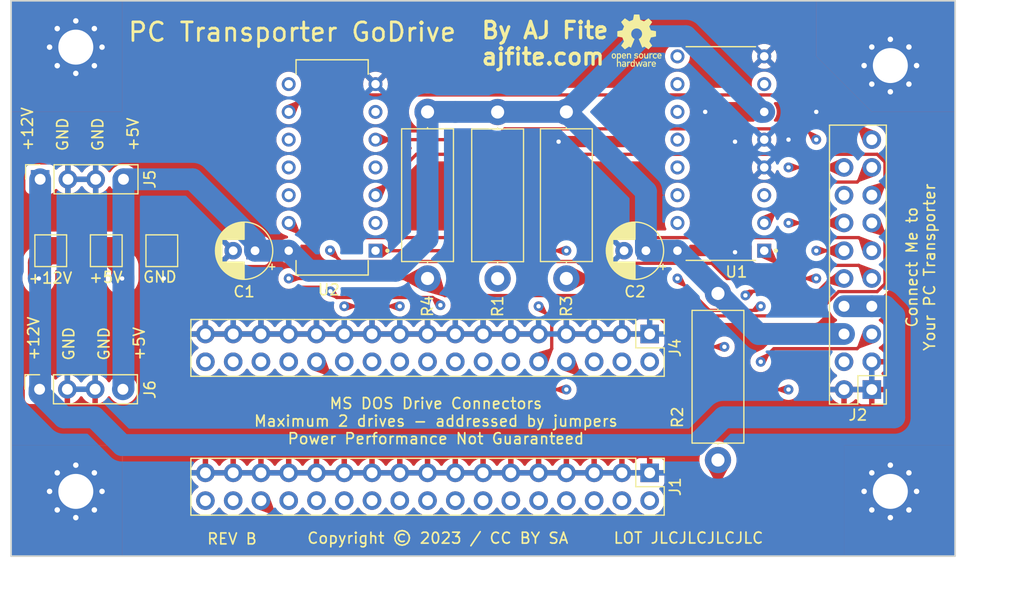
<source format=kicad_pcb>
(kicad_pcb (version 20221018) (generator pcbnew)
  (title_block (title "PC Transporter to MS DOS Drive Adapter") (date "2023-06-21") (rev "${Rev}") (company "AJ Fite <N7AJ@ajfite.com>"))
  (layers (0 "F.Cu" signal) (1 "In1.Cu" signal) (2 "In2.Cu" signal) (31 "B.Cu" signal) (34 "B.Paste" user) (35 "F.Paste" user) (36 "B.SilkS" user "B.Silkscreen") (37 "F.SilkS" user "F.Silkscreen") (38 "B.Mask" user) (39 "F.Mask" user) (44 "Edge.Cuts" user))
  (property "Rev" "B")
  (net 0 "")
  (net 7 "Net-(J2-Pin_9)")
  (net 8 "Net-(J2-Pin_17)")
  (net 9 "Net-(J2-Pin_4)")
  (net 10 "GND")
  (net 11 "+5V")
  (net 12 "Net-(J1-Pin_12)")
  (net 13 "Net-(J1-Pin_10)")
  (net 14 "Net-(J2-Pin_5)")
  (net 15 "Net-(J1-Pin_16)")
  (net 16 "Net-(J2-Pin_15)")
  (net 17 "Net-(J1-Pin_24)")
  (net 18 "Net-(J2-Pin_16)")
  (net 19 "Net-(J1-Pin_32)")
  (net 20 "Net-(J1-Pin_22)")
  (net 21 "Net-(J2-Pin_19)")
  (net 22 "Net-(J1-Pin_20)")
  (net 23 "Net-(J2-Pin_12)")
  (net 24 "Net-(J1-Pin_18)")
  (net 25 "Net-(J2-Pin_11)")
  (net 29 "Net-(J1-Pin_8)")
  (net 31 "Net-(J1-Pin_26)")
  (net 32 "Net-(J1-Pin_28)")
  (net 33 "Net-(J1-Pin_30)")
  (net 35 "+12V")
  (footprint "Capacitor_THT:CP_Radial_D5.0mm_P2.00mm" (layer "F.Cu") (at 182.537298 96.52 180)
    (fp_text reference "C2")
    (fp_text value ".1uF")
  )
  (footprint "MountingHole:MountingHole_3.2mm_M3_Pad_Via" (layer "F.Cu") (at 130.382944 77.897056)
    (fp_text reference "H1" hide)
    (fp_text value "MountingHole_Pad")
  )
  (footprint "Connector_PinSocket_2.54mm:PinSocket_1x04_P2.54mm_Vertical" (layer "F.Cu") (at 127.121518 89.985866 90)
    (fp_text reference "J5")
    (fp_text value "Conn_01x04_Pin")
  )
  (footprint "MountingHole:MountingHole_3.2mm_M3_Pad_Via" (layer "F.Cu") (at 130.382944 118.537056)
    (fp_text reference "H2" hide)
    (fp_text value "MountingHole_Pad")
  )
  (footprint "Connector_PinHeader_2.54mm:PinHeader_2x10_P2.54mm_Vertical" (layer "F.Cu") (at 203.2 109.22 180)
    (fp_text reference "J2")
    (fp_text value "Conn_2Rows-19Pins")
  )
  (footprint "Resistor_THT:R_Axial_DIN0414_L11.9mm_D4.5mm_P15.24mm_Horizontal" (layer "F.Cu") (at 168.970731 99.073586 90)
    (fp_text reference "R1")
    (fp_text value "270K")
  )
  (footprint "Connector_PinHeader_2.54mm:PinHeader_2x17_P2.54mm_Vertical" (layer "F.Cu") (at 182.88 104.14 -90)
    (fp_text reference "J4")
    (fp_text value "Conn_02x17_Odd_Even")
  )
  (footprint "Resistor_THT:R_Axial_DIN0414_L11.9mm_D4.5mm_P15.24mm_Horizontal" (layer "F.Cu") (at 189.127578 115.669743 90)
    (fp_text reference "R2")
    (fp_text value "270K")
  )
  (footprint "Resistor_THT:R_Axial_DIN0414_L11.9mm_D4.5mm_P15.24mm_Horizontal" (layer "F.Cu") (at 175.26 99.06 90)
    (fp_text reference "R3")
    (fp_text value "270K")
  )
  (footprint "SN74LS138N:DIP794W45P254L1969H508Q16" (layer "F.Cu") (at 189.39 87.63 180)
    (fp_text reference "U1")
    (fp_text value "SN74LS138N")
  )
  (footprint "SN7407N:DIP794W45P254L1969H508Q14" (layer "F.Cu") (at 153.83 88.9 180)
    (fp_text reference "U2")
    (fp_text value "SN7407N")
  )
  (footprint "Connector_PinHeader_2.54mm:PinHeader_2x17_P2.54mm_Vertical" (layer "F.Cu") (at 182.88 116.84 -90)
    (fp_text reference "J1")
    (fp_text value "Conn_02x17_Odd_Even")
  )
  (footprint "Connector_PinSocket_2.54mm:PinSocket_1x04_P2.54mm_Vertical" (layer "F.Cu") (at 127.07 109.195 90)
    (fp_text reference "J6")
    (fp_text value "Conn_01x04_Pin")
  )
  (footprint "Capacitor_THT:CP_Radial_D5.0mm_P2.00mm" (layer "F.Cu") (at 146.78 96.52 180)
    (fp_text reference "C1")
    (fp_text value ".1uF")
  )
  (footprint "MountingHole:MountingHole_3.2mm_M3_Pad_Via" (layer "F.Cu") (at 204.897056 79.582944)
    (fp_text reference "H4" hide)
    (fp_text value "MountingHole_Pad")
  )
  (footprint "MountingHole:MountingHole_3.2mm_M3_Pad_Via" (layer "F.Cu") (at 204.897056 118.537056)
    (fp_text reference "H3" hide)
    (fp_text value "MountingHole_Pad")
  )
  (footprint "Resistor_THT:R_Axial_DIN0414_L11.9mm_D4.5mm_P15.24mm_Horizontal" (layer "F.Cu") (at 162.56 99.06 90)
    (fp_text reference "R4")
    (fp_text value "270K")
  )
  (footprint "TestPoint:TestPoint_Pad_2.5x2.5mm" (layer "F.Cu") (at 138.25 96.52)
    (fp_text reference "TP3" hide)
    (fp_text value "TestPoint")
  )
  (footprint "TestPoint:TestPoint_Pad_2.5x2.5mm" (layer "F.Cu") (at 133.17 96.52)
    (fp_text reference "TP2" hide)
    (fp_text value "TestPoint")
  )
  (footprint "TestPoint:TestPoint_Pad_2.5x2.5mm" (layer "F.Cu") (at 128.09 96.52)
    (fp_text reference "TP1" hide)
    (fp_text value "TestPoint")
  )
  (gr_poly (pts (xy 179.612956 78.462208) (xy 179.619633 78.462481) (xy 179.626139 78.462928) (xy 179.632477 78.463542) (xy 179.638648 78.464318) (xy 179.644654 78.465249) (xy 179.650498 78.466329) (xy 179.656183 78.467551) (xy 179.661709 78.468909) (xy 179.66708 78.470397) (xy 179.672298 78.472008) (xy 179.677365 78.473735) (xy 179.682283 78.475574) (xy 179.687054 78.477516) (xy 179.691681 78.479556) (xy 179.696166 78.481688) (xy 179.704719 78.486201) (xy 179.712729 78.491003) (xy 179.720216 78.496043) (xy 179.727196 78.501272) (xy 179.733687 78.506638) (xy 179.739708 78.51209) (xy 179.745276 78.517577) (xy 179.750409 78.523049) (xy 179.75701 78.530609) (xy 179.763115 78.53824) (xy 179.768734 78.546035) (xy 179.773877 78.554089) (xy 179.778554 78.562493) (xy 179.782774 78.571343) (xy 179.786547 78.58073) (xy 179.789882 78.590749) (xy 179.792789 78.601493) (xy 179.795277 78.613055) (xy 179.797356 78.625529) (xy 179.799035 78.639008) (xy 179.800325 78.653586) (xy 179.801234 78.669356) (xy 179.801773 78.686411) (xy 179.80195 78.704844) (xy 179.801773 78.723432) (xy 179.801234 78.740624) (xy 179.800325 78.756512) (xy 179.799035 78.771193) (xy 179.797356 78.784761) (xy 179.795277 78.79731) (xy 179.792789 78.808935) (xy 179.789882 78.81973) (xy 179.786547 78.82979) (xy 179.782774 78.839209) (xy 179.778554 78.848083) (xy 179.773877 78.856504) (xy 179.768734 78.864569) (xy 179.763115 78.872371) (xy 179.75701 78.880005) (xy 179.750409 78.887566) (xy 179.745276 78.893037) (xy 179.739708 78.898522) (xy 179.733687 78.903972) (xy 179.727196 78.909334) (xy 179.720216 78.914559) (xy 179.712729 78.919595) (xy 179.704719 78.924392) (xy 179.696166 78.9289) (xy 179.687054 78.933067) (xy 179.677365 78.936843) (xy 179.66708 78.940177) (xy 179.656183 78.943019) (xy 179.644654 78.945317) (xy 179.632477 78.947022) (xy 179.619633 78.948082) (xy 179.606106 78.948446) (xy 179.599253 78.948354) (xy 179.592573 78.948082) (xy 179.586065 78.947635) (xy 179.579726 78.947022) (xy 179.573553 78.946247) (xy 179.567545 78.945317) (xy 179.561699 78.944239) (xy 179.556013 78.943019) (xy 179.550485 78.941663) (xy 179.545113 78.940177) (xy 179.539894 78.938569) (xy 179.534826 78.936843) (xy 179.529907 78.935007) (xy 179.525135 78.933067) (xy 179.520507 78.931029) (xy 179.516022 78.9289) (xy 179.507468 78.924393) (xy 179.499457 78.919595) (xy 179.49197 78.914559) (xy 179.484989 78.909334) (xy 179.478497 78.903972) (xy 179.472476 78.898523) (xy 179.466908 78.893037) (xy 179.461775 78.887566) (xy 179.455175 78.880005) (xy 179.449071 78.872372) (xy 179.443453 78.864571) (xy 179.438311 78.856508) (xy 179.433636 78.848088) (xy 179.429419 78.839216) (xy 179.425648 78.829798) (xy 179.422316 78.81974) (xy 179.419412 78.808946) (xy 179.416926 78.797322) (xy 179.414849 78.784773) (xy 179.413172 78.771204) (xy 179.411884 78.756522) (xy 179.410976 78.740631) (xy 179.410438 78.723437) (xy 179.410261 78.704844) (xy 179.505828 78.704844) (xy 179.505896 78.717268) (xy 179.506105 78.728588) (xy 179.506466 78.738889) (xy 179.506987 78.748254) (xy 179.507679 78.756769) (xy 179.508551 78.764515) (xy 179.509612 78.771578) (xy 179.510872 78.778041) (xy 179.512341 78.783989) (xy 179.514028 78.789504) (xy 179.515943 78.794671) (xy 179.518096 78.799573) (xy 179.520495 78.804296) (xy 179.523151 78.808921) (xy 179.526073 78.813534) (xy 179.529271 78.818218) (xy 179.532088 78.821856) (xy 179.53526 78.825368) (xy 179.538767 78.828739) (xy 179.542589 78.831954) (xy 179.546709 78.834998) (xy 179.551105 78.837856) (xy 179.55576 78.840513) (xy 179.560653 78.842954) (xy 179.565767 78.845164) (xy 179.571081 78.847128) (xy 179.576577 78.848831) (xy 179.582235 78.850258) (xy 179.588036 78.851394) (xy 179.593961 78.852223) (xy 179.59999 78.852732) (xy 179.606106 78.852905) (xy 179.612216 78.852732) (xy 179.618242 78.852222) (xy 179.624163 78.851391) (xy 179.629961 78.850254) (xy 179.635617 78.848825) (xy 179.641111 78.847121) (xy 179.646425 78.845155) (xy 179.651538 78.842944) (xy 179.656432 78.840502) (xy 179.661087 78.837844) (xy 179.665486 78.834986) (xy 179.669607 78.831943) (xy 179.673432 78.828729) (xy 179.676942 78.825361) (xy 179.680118 78.821852) (xy 179.681575 78.82005) (xy 179.682941 78.818218) (xy 179.686138 78.813535) (xy 179.689059 78.808923) (xy 179.691714 78.804302) (xy 179.694111 78.799588) (xy 179.696262 78.794699) (xy 179.698175 78.789553) (xy 179.699859 78.784066) (xy 179.701326 78.778157) (xy 179.702584 78.771743) (xy 179.703642 78.764741) (xy 179.704512 78.75707) (xy 179.705202 78.748645) (xy 179.705721 78.739385) (xy 179.70608 78.729208) (xy 179.706356 78.705771) (xy 179.706289 78.693347) (xy 179.70608 78.682025) (xy 179.705721 78.671722) (xy 179.705202 78.662353) (xy 179.704512 78.653836) (xy 179.703642 78.646086) (xy 179.702584 78.63902) (xy 179.701326 78.632554) (xy 179.699859 78.626604) (xy 179.698175 78.621088) (xy 179.696262 78.615921) (xy 179.694111 78.611019) (xy 179.691714 78.606299) (xy 179.689059 78.601678) (xy 179.686138 78.597072) (xy 179.682941 78.592396) (xy 179.680118 78.588758) (xy 179.676942 78.585246) (xy 179.673432 78.581876) (xy 179.669607 78.578661) (xy 179.665486 78.575617) (xy 179.661087 78.572759) (xy 179.656432 78.570102) (xy 179.651538 78.567661) (xy 179.646425 78.565451) (xy 179.641111 78.563487) (xy 179.635617 78.561784) (xy 179.629961 78.560357) (xy 179.624163 78.559221) (xy 179.618242 78.558391) (xy 179.612216 78.557882) (xy 179.606106 78.557709) (xy 179.59999 78.557883) (xy 179.593961 78.558392) (xy 179.588036 78.559224) (xy 179.582235 78.560361) (xy 179.576577 78.56179) (xy 179.571081 78.563494) (xy 179.565767 78.56546) (xy 179.560653 78.567671) (xy 179.55576 78.570113) (xy 179.551105 78.572771) (xy 179.546709 78.575629) (xy 179.542589 78.578672) (xy 179.538767 78.581885) (xy 179.53526 78.585254) (xy 179.532088 78.588763) (xy 179.530634 78.590565) (xy 179.529271 78.592396) (xy 179.526073 78.597071) (xy 179.523151 78.601676) (xy 179.520495 78.606293) (xy 179.518096 78.611004) (xy 179.515943 78.615892) (xy 179.514028 78.621039) (xy 179.512341 78.626527) (xy 179.510872 78.632438) (xy 179.509612 78.638855) (xy 179.508551 78.64586) (xy 179.507679 78.653535) (xy 179.506987 78.661963) (xy 179.506466 78.671225) (xy 179.506105 78.681405) (xy 179.505828 78.704844) (xy 179.410261 78.704844) (xy 179.410438 78.686411) (xy 179.410976 78.669357) (xy 179.411884 78.653588) (xy 179.413172 78.639012) (xy 179.414849 78.625535) (xy 179.416926 78.613062) (xy 179.419412 78.601502) (xy 179.422316 78.590759) (xy 179.425648 78.580741) (xy 179.429419 78.571354) (xy 179.433636 78.562505) (xy 179.438311 78.5541) (xy 179.443453 78.546045) (xy 179.449071 78.538247) (xy 179.455175 78.530613) (xy 179.461775 78.523049) (xy 179.466908 78.517577) (xy 179.472476 78.51209) (xy 179.478497 78.506638) (xy 179.484989 78.501272) (xy 179.49197 78.496044) (xy 179.499457 78.491003) (xy 179.507468 78.486201) (xy 179.516022 78.481688) (xy 179.525135 78.477516) (xy 179.534826 78.473735) (xy 179.545113 78.470397) (xy 179.556013 78.467551) (xy 179.567545 78.465249) (xy 179.579726 78.463542) (xy 179.592573 78.462481) (xy 179.606106 78.462116)) (fill solid) (layer "F.SilkS"))
  (gr_poly (pts (xy 183.084544 78.462279) (xy 183.091524 78.462763) (xy 183.098361 78.46356) (xy 183.105058 78.464662) (xy 183.111622 78.46606) (xy 183.11806 78.467747) (xy 183.124376 78.469713) (xy 183.130577 78.471951) (xy 183.136669 78.474453) (xy 183.142657 78.47721) (xy 183.148547 78.480214) (xy 183.154345 78.483458) (xy 183.160058 78.486931) (xy 183.16569 78.490628) (xy 183.171248 78.494538) (xy 183.176737 78.498655) (xy 183.10739 78.581125) (xy 183.103246 78.578085) (xy 183.099235 78.57528) (xy 183.095335 78.572706) (xy 183.091522 78.570357) (xy 183.087776 78.568226) (xy 183.084073 78.56631) (xy 183.080392 78.564602) (xy 183.076711 78.563097) (xy 183.073008 78.56179) (xy 183.06926 78.560675) (xy 183.065446 78.559746) (xy 183.061543 78.558998) (xy 183.05753 78.558426) (xy 183.053383 78.558025) (xy 183.049082 78.557787) (xy 183.044604 78.55771) (xy 183.035836 78.558063) (xy 183.027157 78.559133) (xy 183.018633 78.560933) (xy 183.010331 78.563477) (xy 183.006282 78.565032) (xy 183.002314 78.566779) (xy 182.998434 78.568718) (xy 182.99465 78.570852) (xy 182.99097 78.573182) (xy 182.987404 78.57571) (xy 182.983958 78.578438) (xy 182.980641 78.581367) (xy 182.977462 78.584499) (xy 182.974428 78.587836) (xy 182.971548 78.59138) (xy 182.96883 78.595133) (xy 182.966282 78.599095) (xy 182.963913 78.603269) (xy 182.96173 78.607656) (xy 182.959742 78.612259) (xy 182.957958 78.617079) (xy 182.956384 78.622117) (xy 182.95503 78.627376) (xy 182.953904 78.632856) (xy 182.953014 78.638561) (xy 182.952368 78.644491) (xy 182.951974 78.650648) (xy 182.951841 78.657034) (xy 182.951841 78.942811) (xy 182.856247 78.942811) (xy 182.856247 78.467751) (xy 182.951841 78.467751) (xy 182.951841 78.51834) (xy 182.953694 78.51834) (xy 182.959467 78.511534) (xy 182.965541 78.505167) (xy 182.971908 78.499239) (xy 182.978557 78.493749) (xy 182.985482 78.488698) (xy 182.992674 78.484086) (xy 183.000124 78.479913) (xy 183.007824 78.476178) (xy 183.015765 78.472883) (xy 183.02394 78.470027) (xy 183.032339 78.46761) (xy 183.040955 78.465632) (xy 183.049779 78.464094) (xy 183.058802 78.462995) (xy 183.068016 78.462335) (xy 183.077413 78.462116)) (fill solid) (layer "F.SilkS"))
  (gr_poly (pts (xy 182.101393 78.462208) (xy 182.108075 78.462481) (xy 182.114585 78.462928) (xy 182.120926 78.463542) (xy 182.1271 78.464318) (xy 182.133109 78.465249) (xy 182.138955 78.466329) (xy 182.144642 78.467551) (xy 182.15017 78.468909) (xy 182.155543 78.470397) (xy 182.160762 78.472008) (xy 182.165829 78.473735) (xy 182.170748 78.475574) (xy 182.17552 78.477516) (xy 182.180147 78.479556) (xy 182.184632 78.481688) (xy 182.193184 78.486201) (xy 182.201194 78.491003) (xy 182.208679 78.496043) (xy 182.215658 78.501272) (xy 182.222149 78.506638) (xy 182.228169 78.51209) (xy 182.233736 78.517577) (xy 182.238869 78.523049) (xy 182.245468 78.530609) (xy 182.251573 78.53824) (xy 182.257191 78.546035) (xy 182.262332 78.554089) (xy 182.267007 78.562493) (xy 182.271225 78.571343) (xy 182.274995 78.58073) (xy 182.278328 78.590749) (xy 182.281232 78.601493) (xy 182.283718 78.613055) (xy 182.285794 78.625529) (xy 182.287472 78.639008) (xy 182.28876 78.653586) (xy 182.289668 78.669356) (xy 182.290206 78.686411) (xy 182.290383 78.704844) (xy 182.290206 78.723432) (xy 182.289668 78.740624) (xy 182.28876 78.756512) (xy 182.287472 78.771193) (xy 182.285794 78.784761) (xy 182.283718 78.79731) (xy 182.281232 78.808935) (xy 182.278328 78.81973) (xy 182.274995 78.82979) (xy 182.271225 78.839209) (xy 182.267007 78.848083) (xy 182.262332 78.856504) (xy 182.257191 78.864569) (xy 182.251573 78.872371) (xy 182.245468 78.880005) (xy 182.238869 78.887566) (xy 182.233736 78.893037) (xy 182.228169 78.898522) (xy 182.222149 78.903972) (xy 182.215658 78.909334) (xy 182.208679 78.914559) (xy 182.201194 78.919595) (xy 182.193184 78.924392) (xy 182.184632 78.9289) (xy 182.17552 78.933067) (xy 182.165829 78.936843) (xy 182.155542 78.940177) (xy 182.144642 78.943019) (xy 182.133109 78.945317) (xy 182.120926 78.947022) (xy 182.108075 78.948082) (xy 182.094538 78.948446) (xy 182.087688 78.948354) (xy 182.081011 78.948082) (xy 182.074505 78.947635) (xy 182.068168 78.947022) (xy 182.061998 78.946247) (xy 182.055992 78.945317) (xy 182.050149 78.944239) (xy 182.044465 78.943019) (xy 182.03894 78.941663) (xy 182.03357 78.940177) (xy 182.028353 78.938569) (xy 182.023287 78.936843) (xy 182.01837 78.935007) (xy 182.0136 78.933067) (xy 182.008974 78.931029) (xy 182.00449 78.9289) (xy 181.995941 78.924393) (xy 181.987932 78.919595) (xy 181.980448 78.914559) (xy 181.97347 78.909334) (xy 181.96698 78.903972) (xy 181.960961 78.898523) (xy 181.955393 78.893037) (xy 181.950261 78.887566) (xy 181.94366 78.880005) (xy 181.937554 78.872372) (xy 181.931934 78.864571) (xy 181.926789 78.856508) (xy 181.92211 78.848088) (xy 181.917888 78.839216) (xy 181.914113 78.829798) (xy 181.910775 78.81974) (xy 181.907866 78.808946) (xy 181.905376 78.797322) (xy 181.903294 78.784773) (xy 181.901613 78.771204) (xy 181.900321 78.756522) (xy 181.899411 78.740631) (xy 181.898871 78.723437) (xy 181.898694 78.704844) (xy 181.994287 78.704844) (xy 181.994355 78.717268) (xy 181.994564 78.728588) (xy 181.994925 78.738889) (xy 181.995447 78.748254) (xy 181.996139 78.756769) (xy 181.997011 78.764515) (xy 181.998073 78.771578) (xy 181.999334 78.778041) (xy 182.000805 78.783989) (xy 182.002494 78.789504) (xy 182.004411 78.794671) (xy 182.006566 78.799573) (xy 182.008968 78.804296) (xy 182.011628 78.808921) (xy 182.014554 78.813534) (xy 182.017756 78.818218) (xy 182.020565 78.821856) (xy 182.02373 78.825368) (xy 182.027232 78.828739) (xy 182.031052 78.831954) (xy 182.035169 78.834998) (xy 182.039564 78.837856) (xy 182.044219 78.840513) (xy 182.049112 78.842954) (xy 182.054226 78.845164) (xy 182.05954 78.847128) (xy 182.065034 78.848831) (xy 182.07069 78.850258) (xy 182.076488 78.851394) (xy 182.082408 78.852223) (xy 182.088432 78.852732) (xy 182.094538 78.852905) (xy 182.100653 78.852732) (xy 182.106683 78.852222) (xy 182.112608 78.851391) (xy 182.118409 78.850254) (xy 182.124067 78.848825) (xy 182.129562 78.847121) (xy 182.134877 78.845155) (xy 182.13999 78.842944) (xy 182.144884 78.840502) (xy 182.149539 78.837844) (xy 182.153935 78.834986) (xy 182.158054 78.831943) (xy 182.161877 78.828729) (xy 182.165383 78.825361) (xy 182.168555 78.821852) (xy 182.17001 78.82005) (xy 182.171373 78.818218) (xy 182.174575 78.813535) (xy 182.177499 78.808923) (xy 182.180156 78.804302) (xy 182.182555 78.799588) (xy 182.184706 78.794699) (xy 182.186619 78.789553) (xy 182.188303 78.784066) (xy 182.189768 78.778157) (xy 182.191025 78.771743) (xy 182.192082 78.764741) (xy 182.19295 78.75707) (xy 182.193638 78.748645) (xy 182.194156 78.739385) (xy 182.194514 78.729208) (xy 182.194789 78.705771) (xy 182.194722 78.693347) (xy 182.194514 78.682025) (xy 182.194156 78.671722) (xy 182.193638 78.662353) (xy 182.19295 78.653836) (xy 182.192082 78.646086) (xy 182.191025 78.63902) (xy 182.189768 78.632554) (xy 182.188303 78.626604) (xy 182.186619 78.621088) (xy 182.184706 78.615921) (xy 182.182555 78.611019) (xy 182.180156 78.606299) (xy 182.177499 78.601678) (xy 182.174575 78.597072) (xy 182.171373 78.592396) (xy 182.168555 78.588758) (xy 182.165383 78.585246) (xy 182.161877 78.581876) (xy 182.158054 78.578661) (xy 182.153935 78.575617) (xy 182.149539 78.572759) (xy 182.144884 78.570102) (xy 182.13999 78.567661) (xy 182.134877 78.565451) (xy 182.129562 78.563487) (xy 182.124067 78.561784) (xy 182.118409 78.560357) (xy 182.112608 78.559221) (xy 182.106683 78.558391) (xy 182.100653 78.557882) (xy 182.094538 78.557709) (xy 182.088432 78.557883) (xy 182.082408 78.558392) (xy 182.076488 78.559224) (xy 182.07069 78.560361) (xy 182.065034 78.56179) (xy 182.05954 78.563494) (xy 182.054226 78.56546) (xy 182.049112 78.567671) (xy 182.044219 78.570113) (xy 182.039564 78.572771) (xy 182.035169 78.575629) (xy 182.031052 78.578672) (xy 182.027232 78.581885) (xy 182.02373 78.585254) (xy 182.020565 78.588763) (xy 182.019115 78.590565) (xy 182.017756 78.592396) (xy 182.014554 78.597071) (xy 182.011628 78.601676) (xy 182.008968 78.606293) (xy 182.006566 78.611004) (xy 182.004411 78.615892) (xy 182.002494 78.621039) (xy 182.000805 78.626527) (xy 181.999334 78.632438) (xy 181.998073 78.638855) (xy 181.997011 78.64586) (xy 181.996139 78.653535) (xy 181.995447 78.661963) (xy 181.994925 78.671225) (xy 181.994564 78.681405) (xy 181.994287 78.704844) (xy 181.898694 78.704844) (xy 181.898871 78.686411) (xy 181.899411 78.669357) (xy 181.900321 78.653588) (xy 181.901613 78.639012) (xy 181.903294 78.625535) (xy 181.905376 78.613062) (xy 181.907866 78.601502) (xy 181.910775 78.590759) (xy 181.914113 78.580741) (xy 181.917888 78.571354) (xy 181.92211 78.562505) (xy 181.926789 78.5541) (xy 181.931934 78.546045) (xy 181.937554 78.538247) (xy 181.94366 78.530613) (xy 181.950261 78.523049) (xy 181.955393 78.517577) (xy 181.960961 78.51209) (xy 181.96698 78.506638) (xy 181.97347 78.501272) (xy 181.980448 78.496044) (xy 181.987933 78.491003) (xy 181.995941 78.486201) (xy 182.004491 78.481688) (xy 182.0136 78.477516) (xy 182.023287 78.473735) (xy 182.03357 78.470397) (xy 182.044465 78.467551) (xy 182.055992 78.465249) (xy 182.068168 78.463542) (xy 182.081011 78.462481) (xy 182.094538 78.462116)) (fill solid) (layer "F.SilkS"))
  (gr_poly (pts (xy 181.519175 79.693222) (xy 181.423608 79.693222) (xy 181.423608 79.643559) (xy 181.417824 79.649578) (xy 181.411725 79.65534) (xy 181.405323 79.660826) (xy 181.398632 79.666018) (xy 181.391667 79.670899) (xy 181.384441 79.67545) (xy 181.376967 79.679654) (xy 181.369259 79.683492) (xy 181.361332 79.686945) (xy 181.353199 79.689997) (xy 181.344873 79.692629) (xy 181.336369 79.694823) (xy 181.3277 79.696561) (xy 181.318879 79.697825) (xy 181.309922 79.698596) (xy 181.300841 79.698857) (xy 181.295441 79.698781) (xy 181.290134 79.698554) (xy 181.28492 79.698179) (xy 181.279799 79.69766) (xy 181.27477 79.696999) (xy 181.269835 79.6962) (xy 181.264992 79.695266) (xy 181.26024 79.6942) (xy 181.255581 79.693004) (xy 181.251014 79.691683) (xy 181.246539 79.690239) (xy 181.242155 79.688675) (xy 181.237862 79.686994) (xy 181.233661 79.6852) (xy 181.225531 79.681282) (xy 181.217763 79.676948) (xy 181.210357 79.672221) (xy 181.203309 79.667126) (xy 181.196621 79.661688) (xy 181.190288 79.655931) (xy 181.184311 79.649881) (xy 181.178688 79.643561) (xy 181.173418 79.636998) (xy 181.168714 79.630684) (xy 181.164433 79.624306) (xy 181.160558 79.617734) (xy 181.157074 79.610837) (xy 181.153963 79.603484) (xy 181.15121 79.595546) (xy 181.148797 79.586891) (xy 181.146708 79.57739) (xy 181.144927 79.566912) (xy 181.143437 79.555327) (xy 181.142221 79.542504) (xy 181.141263 79.528312) (xy 181.140056 79.495303) (xy 181.139683 79.455256) (xy 181.235251 79.455256) (xy 181.235325 79.469113) (xy 181.235628 79.482863) (xy 181.236276 79.496395) (xy 181.237388 79.509602) (xy 181.239082 79.522376) (xy 181.240185 79.528566) (xy 181.241477 79.534607) (xy 181.242973 79.540486) (xy 181.244689 79.546188) (xy 181.246639 79.551701) (xy 181.248837 79.557011) (xy 181.251299 79.562104) (xy 181.25404 79.566966) (xy 181.257073 79.571584) (xy 181.260415 79.575945) (xy 181.264079 79.580035) (xy 181.26808 79.583841) (xy 181.272433 79.587348) (xy 181.277153 79.590544) (xy 181.282255 79.593414) (xy 181.287753 79.595946) (xy 181.293663 79.598125) (xy 181.299998 79.599939) (xy 181.306774 79.601373) (xy 181.314005 79.602414) (xy 181.321706 79.603049) (xy 181.329892 79.603263) (xy 181.337994 79.603035) (xy 181.345617 79.602363) (xy 181.352774 79.601262) (xy 181.359481 79.599748) (xy 181.365752 79.597838) (xy 181.371602 79.595547) (xy 181.377045 79.592892) (xy 181.382096 79.589889) (xy 181.386769 79.586554) (xy 181.39108 79.582903) (xy 181.395042 79.578952) (xy 181.39867 79.574718) (xy 181.401979 79.570216) (xy 181.404984 79.565462) (xy 181.407698 79.560473) (xy 181.410137 79.555265) (xy 181.412315 79.549853) (xy 181.414247 79.544255) (xy 181.417431 79.532561) (xy 181.419805 79.520312) (xy 181.421485 79.507638) (xy 181.422589 79.494666) (xy 181.423233 79.481526) (xy 181.423608 79.455256) (xy 181.423534 79.442327) (xy 181.423233 79.429287) (xy 181.422589 79.416265) (xy 181.421485 79.403392) (xy 181.419805 79.390799) (xy 181.418712 79.384649) (xy 181.417431 79.378617) (xy 181.415948 79.37272) (xy 181.414247 79.366975) (xy 181.412315 79.361397) (xy 181.410137 79.356004) (xy 181.407698 79.350811) (xy 181.404984 79.345835) (xy 181.401979 79.341092) (xy 181.39867 79.336598) (xy 181.395042 79.33237) (xy 181.39108 79.328425) (xy 181.386769 79.324777) (xy 181.382096 79.321444) (xy 181.377045 79.318442) (xy 181.371602 79.315788) (xy 181.365752 79.313497) (xy 181.359481 79.311586) (xy 181.352774 79.310071) (xy 181.345617 79.308969) (xy 181.337994 79.308296) (xy 181.329892 79.308068) (xy 181.321706 79.308283) (xy 181.314005 79.308917) (xy 181.306774 79.309959) (xy 181.299998 79.311393) (xy 181.293663 79.313206) (xy 181.287753 79.315384) (xy 181.282255 79.317914) (xy 181.277153 79.320782) (xy 181.272433 79.323974) (xy 181.26808 79.327476) (xy 181.264079 79.331275) (xy 181.260415 79.335356) (xy 181.257073 79.339707) (xy 181.25404 79.344314) (xy 181.251299 79.349162) (xy 181.248837 79.354238) (xy 181.246639 79.359528) (xy 181.244689 79.365019) (xy 181.241477 79.376547) (xy 181.239082 79.388712) (xy 181.237388 79.401405) (xy 181.236276 79.414516) (xy 181.235628 79.427935) (xy 181.235251 79.455256) (xy 181.139683 79.455256) (xy 181.139774 79.434431) (xy 181.140056 79.415479) (xy 181.140547 79.39827) (xy 181.141263 79.382674) (xy 181.142221 79.368563) (xy 181.143437 79.355807) (xy 181.144927 79.344277) (xy 181.146708 79.333845) (xy 181.148797 79.324381) (xy 181.149962 79.319971) (xy 181.15121 79.315755) (xy 181.152543 79.311716) (xy 181.153963 79.307839) (xy 181.155473 79.304107) (xy 181.157074 79.300504) (xy 181.160558 79.29362) (xy 181.164433 79.287059) (xy 181.168714 79.280691) (xy 181.173418 79.274386) (xy 181.178688 79.267814) (xy 181.184311 79.261488) (xy 181.190288 79.255434) (xy 181.196621 79.249674) (xy 181.203309 79.244235) (xy 181.210357 79.23914) (xy 181.217763 79.234414) (xy 181.225531 79.230082) (xy 181.233661 79.226168) (xy 181.242155 79.222696) (xy 181.251014 79.219691) (xy 181.26024 79.217177) (xy 181.269835 79.215179) (xy 181.279799 79.213722) (xy 181.290134 79.21283) (xy 181.300841 79.212527) (xy 181.30986 79.212788) (xy 181.318648 79.213559) (xy 181.327217 79.214825) (xy 181.335576 79.216568) (xy 181.343738 79.218773) (xy 181.351713 79.221422) (xy 181.359512 79.224499) (xy 181.367146 79.227989) (xy 181.374626 79.231873) (xy 181.381964 79.236137) (xy 181.38917 79.240763) (xy 181.396255 79.245734) (xy 181.40323 79.251036) (xy 181.410107 79.25665) (xy 181.416896 79.26256) (xy 181.423608 79.268751) (xy 181.423608 79.026022) (xy 181.519175 79.026022)) (fill solid) (layer "F.SilkS"))
  (gr_poly (pts (xy 182.456655 79.212998) (xy 182.477254 79.214447) (xy 182.496868 79.216932) (xy 182.506286 79.21858) (xy 182.515434 79.220508) (xy 182.524303 79.222723) (xy 182.532886 79.225232) (xy 182.541174 79.228042) (xy 182.549159 79.231159) (xy 182.556834 79.234592) (xy 182.564189 79.238347) (xy 182.571218 79.24243) (xy 182.577912 79.24685) (xy 182.584263 79.251613) (xy 182.590262 79.256726) (xy 182.595903 79.262196) (xy 182.601176 79.26803) (xy 182.606073 79.274236) (xy 182.610587 79.280819) (xy 182.61471 79.287788) (xy 182.618433 79.295149) (xy 182.621748 79.302909) (xy 182.624647 79.311076) (xy 182.627123 79.319656) (xy 182.629166 79.328656) (xy 182.63077 79.338084) (xy 182.631925 79.347946) (xy 182.632624 79.35825) (xy 182.632859 79.369002) (xy 182.632859 79.693222) (xy 182.537239 79.693222) (xy 182.537239 79.651047) (xy 182.535387 79.651047) (xy 182.531537 79.656995) (xy 182.527352 79.662529) (xy 182.522804 79.667653) (xy 182.517866 79.67237) (xy 182.51251 79.676686) (xy 182.50671 79.680604) (xy 182.500437 79.68413) (xy 182.493665 79.687266) (xy 182.486366 79.690017) (xy 182.478514 79.692388) (xy 182.470079 79.694382) (xy 182.461036 79.696005) (xy 182.451357 79.697259) (xy 182.441014 79.69815) (xy 182.429981 79.698681) (xy 182.418229 79.698858) (xy 182.408432 79.698675) (xy 182.398896 79.698132) (xy 182.389624 79.697238) (xy 182.380621 79.695999) (xy 182.371888 79.694424) (xy 182.363429 79.69252) (xy 182.355248 79.690296) (xy 182.347348 79.687759) (xy 182.339732 79.684917) (xy 182.332404 79.681779) (xy 182.325365 79.678351) (xy 182.318621 79.674643) (xy 182.312174 79.670661) (xy 182.306028 79.666414) (xy 182.300185 79.66191) (xy 182.294649 79.657156) (xy 182.289423 79.652161) (xy 182.284511 79.646932) (xy 182.279915 79.641477) (xy 182.27564 79.635804) (xy 182.271688 79.629921) (xy 182.268062 79.623835) (xy 182.264766 79.617556) (xy 182.261803 79.61109) (xy 182.259177 79.604446) (xy 182.25689 79.597631) (xy 182.254946 79.590654) (xy 182.253348 79.583521) (xy 182.2521 79.576242) (xy 182.251204 79.568824) (xy 182.250664 79.561274) (xy 182.250483 79.553602) (xy 182.250585 79.548918) (xy 182.340495 79.548918) (xy 182.340795 79.554837) (xy 182.341709 79.560633) (xy 182.343257 79.56627) (xy 182.345461 79.571714) (xy 182.346815 79.574352) (xy 182.34834 79.576928) (xy 182.350039 79.579437) (xy 182.351915 79.581876) (xy 182.35397 79.584239) (xy 182.356206 79.586522) (xy 182.358627 79.588721) (xy 182.361235 79.590831) (xy 182.364032 79.592848) (xy 182.36702 79.594768) (xy 182.370204 79.596585) (xy 182.373584 79.598295) (xy 182.377164 79.599895) (xy 182.380947 79.601378) (xy 182.384934 79.602742) (xy 182.389128 79.603981) (xy 182.398149 79.606067) (xy 182.408029 79.607602) (xy 182.418791 79.608549) (xy 182.430453 79.608873) (xy 182.444777 79.60876) (xy 182.457908 79.608367) (xy 182.469883 79.607608) (xy 182.48074 79.606401) (xy 182.485761 79.605603) (xy 182.490516 79.604661) (xy 182.49501 79.603565) (xy 182.499247 79.602305) (xy 182.503232 79.60087) (xy 182.506971 79.599249) (xy 182.510466 79.597432) (xy 182.513724 79.595409) (xy 182.516748 79.593168) (xy 182.519544 79.5907) (xy 182.522116 79.587995) (xy 182.524468 79.585041) (xy 182.526605 79.581828) (xy 182.528533 79.578345) (xy 182.530254 79.574583) (xy 182.531775 79.570531) (xy 182.5331 79.566177) (xy 182.534233 79.561513) (xy 182.535179 79.556526) (xy 182.535942 79.551208) (xy 182.536528 79.545547) (xy 182.536941 79.539532) (xy 182.537185 79.533154) (xy 182.537265 79.526402) (xy 182.537265 79.491715) (xy 182.422965 79.491715) (xy 182.417782 79.491781) (xy 182.412773 79.491976) (xy 182.407939 79.4923) (xy 182.403279 79.49275) (xy 182.398792 79.493325) (xy 182.394476 79.494022) (xy 182.390332 79.494839) (xy 182.38636 79.495775) (xy 182.382557 79.496828) (xy 182.378924 79.497996) (xy 182.375459 79.499277) (xy 182.372163 79.500668) (xy 182.369034 79.502169) (xy 182.366072 79.503778) (xy 182.363276 79.505492) (xy 182.360646 79.507309) (xy 182.35818 79.509228) (xy 182.355878 79.511246) (xy 182.35374 79.513363) (xy 182.351764 79.515575) (xy 182.34995 79.517882) (xy 182.348298 79.52028) (xy 182.346806 79.522769) (xy 182.345474 79.525346) (xy 182.344301 79.52801) (xy 182.343287 79.530758) (xy 182.342431 79.533589) (xy 182.341732 79.536501) (xy 182.34119 79.539492) (xy 182.340803 79.542559) (xy 182.340572 79.545702) (xy 182.340495 79.548918) (xy 182.250585 79.548918) (xy 182.250637 79.546522) (xy 182.251098 79.539518) (xy 182.251866 79.532599) (xy 182.252939 79.525775) (xy 182.254319 79.519055) (xy 182.256003 79.512451) (xy 182.257992 79.50597) (xy 182.260285 79.499624) (xy 182.262881 79.493422) (xy 182.26578 79.487373) (xy 182.268982 79.481488) (xy 182.272485 79.475776) (xy 182.27629 79.470248) (xy 182.280395 79.464912) (xy 182.284801 79.459779) (xy 182.289506 79.454859) (xy 182.29451 79.450161) (xy 182.299813 79.445695) (xy 182.305414 79.441471) (xy 182.311313 79.437498) (xy 182.317508 79.433787) (xy 182.324 79.430348) (xy 182.330788 79.427189) (xy 182.337871 79.424322) (xy 182.34525 79.421755) (xy 182.352922 79.419498) (xy 182.360888 79.417562) (xy 182.369147 79.415956) (xy 182.377699 79.41469) (xy 182.386543 79.413773) (xy 182.395679 79.413216) (xy 182.405106 79.413028) (xy 182.537239 79.413028) (xy 182.537239 79.363366) (xy 182.536896 79.355274) (xy 182.536464 79.351476) (xy 182.535857 79.347842) (xy 182.535072 79.344367) (xy 182.534107 79.34105) (xy 182.53296 79.337889) (xy 182.531631 79.334881) (xy 182.530115 79.332024) (xy 182.528413 79.329314) (xy 182.526521 79.326751) (xy 182.524439 79.324332) (xy 182.522163 79.322054) (xy 182.519693 79.319914) (xy 182.517026 79.317911) (xy 182.514161 79.316042) (xy 182.511095 79.314305) (xy 182.507826 79.312697) (xy 182.500675 79.30986) (xy 182.492692 79.307511) (xy 182.483862 79.305632) (xy 182.474169 79.304204) (xy 182.463599 79.303207) (xy 182.452137 79.302623) (xy 182.439767 79.302432) (xy 182.430758 79.302545) (xy 182.422336 79.30289) (xy 182.414472 79.303481) (xy 182.407138 79.304329) (xy 182.40366 79.304853) (xy 182.400303 79.305446) (xy 182.397064 79.30611) (xy 182.393939 79.306846) (xy 182.390925 79.307655) (xy 182.388018 79.308539) (xy 182.385215 79.3095) (xy 182.382511 79.310539) (xy 182.379903 79.311657) (xy 182.377387 79.312857) (xy 182.374961 79.314139) (xy 182.37262 79.315505) (xy 182.37036 79.316957) (xy 182.368179 79.318497) (xy 182.366071 79.320125) (xy 182.364035 79.321843) (xy 182.362066 79.323654) (xy 182.360161 79.325557) (xy 182.358315 79.327556) (xy 182.356526 79.329651) (xy 182.35479 79.331843) (xy 182.353103 79.334136) (xy 182.351461 79.336529) (xy 182.349861 79.339025) (xy 182.274878 79.281874) (xy 182.281917 79.27275) (xy 182.289335 79.264355) (xy 182.297134 79.25667) (xy 182.305321 79.249674) (xy 182.313898 79.24335) (xy 182.322869 79.237678) (xy 182.332238 79.232638) (xy 182.342009 79.22821) (xy 182.352187 79.224376) (xy 182.362775 79.221116) (xy 182.373777 79.218411) (xy 182.385197 79.216241) (xy 182.397039 79.214587) (xy 182.409307 79.21343) (xy 182.422004 79.212749) (xy 182.435136 79.212527)) (fill solid) (layer "F.SilkS"))
  (gr_poly (pts (xy 183.387581 78.462216) (xy 183.394211 78.462516) (xy 183.400754 78.463011) (xy 183.407208 78.463698) (xy 183.419852 78.465629) (xy 183.432142 78.468278) (xy 183.444075 78.471613) (xy 183.455651 78.475603) (xy 183.466868 78.480217) (xy 183.477723 78.485422) (xy 183.488217 78.491187) (xy 183.498346 78.497481) (xy 183.508109 78.504273) (xy 183.517506 78.51153) (xy 183.526533 78.519221) (xy 183.53519 78.527316) (xy 183.543475 78.535781) (xy 183.551387 78.544586) (xy 183.481113 78.607372) (xy 183.476607 78.602026) (xy 183.471866 78.596897) (xy 183.466895 78.592001) (xy 183.461702 78.587356) (xy 183.456294 78.58298) (xy 183.450679 78.578892) (xy 183.444863 78.575108) (xy 183.438853 78.571646) (xy 183.432656 78.568525) (xy 183.42628 78.565763) (xy 183.419731 78.563376) (xy 183.413017 78.561384) (xy 183.406144 78.559803) (xy 183.39912 78.558652) (xy 183.391952 78.557948) (xy 183.384646 78.557709) (xy 183.370438 78.558229) (xy 183.356997 78.559804) (xy 183.35057 78.560995) (xy 183.344343 78.562458) (xy 183.338319 78.564196) (xy 183.332499 78.566213) (xy 183.326886 78.568511) (xy 183.321483 78.571094) (xy 183.316292 78.573963) (xy 183.311317 78.577123) (xy 183.306559 78.580576) (xy 183.302021 78.584324) (xy 183.297706 78.588371) (xy 183.293617 78.59272) (xy 183.289755 78.597374) (xy 183.286123 78.602335) (xy 183.282725 78.607607) (xy 183.279562 78.613192) (xy 183.276638 78.619093) (xy 183.273954 78.625314) (xy 183.271514 78.631856) (xy 183.26932 78.638724) (xy 183.267374 78.64592) (xy 183.265679 78.653446) (xy 183.264238 78.661307) (xy 183.263053 78.669504) (xy 183.261462 78.68692) (xy 183.260927 78.705717) (xy 183.261062 78.715211) (xy 183.261463 78.724362) (xy 183.262128 78.733172) (xy 183.263054 78.741645) (xy 183.264239 78.749783) (xy 183.265681 78.757588) (xy 183.267377 78.765065) (xy 183.269323 78.772214) (xy 183.271519 78.77904) (xy 183.27396 78.785544) (xy 183.276644 78.79173) (xy 183.279569 78.7976) (xy 183.282733 78.803157) (xy 183.286132 78.808403) (xy 183.289764 78.813342) (xy 183.293627 78.817977) (xy 183.297717 78.822309) (xy 183.302032 78.826342) (xy 183.30657 78.830078) (xy 183.311329 78.833521) (xy 183.316304 78.836672) (xy 183.321495 78.839535) (xy 183.326897 78.842112) (xy 183.33251 78.844407) (xy 183.338329 78.846421) (xy 183.344353 78.848158) (xy 183.350579 78.84962) (xy 183.357004 78.85081) (xy 183.363626 78.85173) (xy 183.370442 78.852385) (xy 183.37745 78.852775) (xy 183.384646 78.852905) (xy 183.388316 78.852845) (xy 183.391952 78.852666) (xy 183.395553 78.852372) (xy 183.399119 78.851963) (xy 183.406142 78.850811) (xy 183.413013 78.849231) (xy 183.419726 78.847238) (xy 183.426273 78.844852) (xy 183.432648 78.842089) (xy 183.438843 78.838968) (xy 183.444852 78.835507) (xy 183.450667 78.831723) (xy 183.456283 78.827634) (xy 183.461691 78.823259) (xy 183.466885 78.818614) (xy 183.471858 78.813718) (xy 183.476603 78.808588) (xy 183.481113 78.803243) (xy 183.551387 78.866028) (xy 183.54348 78.874819) (xy 183.535199 78.883273) (xy 183.526545 78.891358) (xy 183.51752 78.899042) (xy 183.508126 78.906294) (xy 183.498364 78.913081) (xy 183.488236 78.919372) (xy 183.477743 78.925136) (xy 183.466887 78.93034) (xy 183.45567 78.934953) (xy 183.444092 78.938944) (xy 183.432157 78.94228) (xy 183.419864 78.94493) (xy 183.407217 78.946862) (xy 183.394216 78.948044) (xy 183.380863 78.948446) (xy 183.360378 78.947625) (xy 183.340131 78.945129) (xy 183.32027 78.940908) (xy 183.300946 78.934909) (xy 183.291531 78.931227) (xy 183.282307 78.927081) (xy 183.273292 78.922466) (xy 183.264505 78.917375) (xy 183.255963 78.911801) (xy 183.247687 78.905738) (xy 183.239695 78.899179) (xy 183.232005 78.892119) (xy 183.224636 78.884551) (xy 183.217607 78.876468) (xy 183.210936 78.867865) (xy 183.204643 78.858734) (xy 183.198746 78.84907) (xy 183.193263 78.838865) (xy 183.188214 78.828115) (xy 183.183617 78.816811) (xy 183.179491 78.804948) (xy 183.175854 78.79252) (xy 183.172725 78.77952) (xy 183.170123 78.765942) (xy 183.168067 78.751778) (xy 183.166575 78.737024) (xy 183.165666 78.721673) (xy 183.165359 78.705717) (xy 183.165666 78.689687) (xy 183.166575 78.674265) (xy 183.168067 78.659445) (xy 183.170123 78.64522) (xy 183.172725 78.631583) (xy 183.175854 78.618529) (xy 183.179491 78.60605) (xy 183.183617 78.594141) (xy 183.188214 78.582794) (xy 183.193263 78.572003) (xy 183.198746 78.561762) (xy 183.204643 78.552063) (xy 183.210936 78.542902) (xy 183.217607 78.53427) (xy 183.224636 78.526162) (xy 183.232005 78.518571) (xy 183.239695 78.51149) (xy 183.247687 78.504914) (xy 183.255963 78.498835) (xy 183.264505 78.493246) (xy 183.273292 78.488143) (xy 183.282307 78.483517) (xy 183.291531 78.479363) (xy 183.300946 78.475674) (xy 183.310531 78.472443) (xy 183.32027 78.469664) (xy 183.330143 78.46733) (xy 183.340131 78.465435) (xy 183.350215 78.463973) (xy 183.360378 78.462937) (xy 183.380863 78.462115)) (fill solid) (layer "F.SilkS"))
  (gr_poly (pts (xy 180.533104 78.462342) (xy 180.542802 78.463019) (xy 180.552389 78.464139) (xy 180.561852 78.465696) (xy 180.571176 78.467686) (xy 180.580347 78.470101) (xy 180.589352 78.472936) (xy 180.598176 78.476184) (xy 180.606805 78.47984) (xy 180.615225 78.483898) (xy 180.623422 78.488352) (xy 180.631382 78.493195) (xy 180.63909 78.498422) (xy 180.646534 78.504026) (xy 180.653698 78.510003) (xy 180.660569 78.516345) (xy 180.667133 78.523047) (xy 180.673375 78.530102) (xy 180.679281 78.537506) (xy 180.684838 78.545251) (xy 180.690031 78.553332) (xy 180.694847 78.561743) (xy 180.69927 78.570477) (xy 180.703288 78.57953) (xy 180.706886 78.588894) (xy 180.710049 78.598564) (xy 180.712765 78.608533) (xy 180.715018 78.618797) (xy 180.716795 78.629348) (xy 180.718082 78.640182) (xy 180.718864 78.651291) (xy 180.719128 78.66267) (xy 180.719128 78.741383) (xy 180.423033 78.741383) (xy 180.423172 78.748563) (xy 180.423586 78.755517) (xy 180.424268 78.762247) (xy 180.425214 78.76875) (xy 180.426419 78.775028) (xy 180.427875 78.78108) (xy 180.429579 78.786906) (xy 180.431524 78.792505) (xy 180.433706 78.797878) (xy 180.436118 78.803024) (xy 180.438755 78.807943) (xy 180.441612 78.812636) (xy 180.444683 78.817101) (xy 180.447963 78.821339) (xy 180.451446 78.825349) (xy 180.455127 78.829132) (xy 180.459 78.832686) (xy 180.46306 78.836013) (xy 180.467301 78.839111) (xy 180.471717 78.841981) (xy 180.476304 78.844622) (xy 180.481056 78.847035) (xy 180.485968 78.849219) (xy 180.491033 78.851173) (xy 180.496246 78.852898) (xy 180.501602 78.854394) (xy 180.507096 78.85566) (xy 180.512722 78.856697) (xy 180.518474 78.857503) (xy 180.524347 78.858079) (xy 180.530335 78.858425) (xy 180.536433 78.85854) (xy 180.543314 78.858343) (xy 180.55024 78.857758) (xy 180.55719 78.856791) (xy 180.564144 78.855449) (xy 180.571082 78.853739) (xy 180.577982 78.851667) (xy 180.584825 78.849242) (xy 180.591589 78.846469) (xy 180.598255 78.843355) (xy 180.604801 78.839908) (xy 180.611206 78.836135) (xy 180.617452 78.832041) (xy 180.623516 78.827635) (xy 180.629378 78.822923) (xy 180.635018 78.817912) (xy 180.640415 78.812609) (xy 180.709762 78.871611) (xy 180.700815 78.88143) (xy 180.691555 78.890515) (xy 180.681999 78.898882) (xy 180.672164 78.906543) (xy 180.662065 78.913513) (xy 180.65172 78.919804) (xy 180.641144 78.925431) (xy 180.630354 78.930408) (xy 180.619366 78.934747) (xy 180.608197 78.938464) (xy 180.596862 78.941571) (xy 180.585379 78.944083) (xy 180.573763 78.946012) (xy 180.562032 78.947373) (xy 180.5502 78.94818) (xy 180.538285 78.948446) (xy 180.519859 78.947872) (xy 180.501249 78.946051) (xy 180.482645 78.942834) (xy 180.464235 78.938075) (xy 180.446209 78.931625) (xy 180.4374 78.927719) (xy 180.428758 78.923335) (xy 180.420306 78.918454) (xy 180.412069 78.913058) (xy 180.40407 78.907128) (xy 180.396333 78.900646) (xy 180.388882 78.893592) (xy 180.381739 78.885949) (xy 180.37493 78.877699) (xy 180.368477 78.868822) (xy 180.362404 78.859299) (xy 180.356735 78.849114) (xy 180.351493 78.838246) (xy 180.346703 78.826678) (xy 180.342387 78.814392) (xy 180.338571 78.801367) (xy 180.335276 78.787587) (xy 180.332527 78.773032) (xy 180.330348 78.757684) (xy 180.328763 78.741524) (xy 180.327794 78.724534) (xy 180.327466 78.706696) (xy 180.327767 78.689755) (xy 180.328656 78.673533) (xy 180.329672 78.662696) (xy 180.423033 78.662696) (xy 180.623561 78.662696) (xy 180.623186 78.656026) (xy 180.62259 78.649555) (xy 180.621778 78.643284) (xy 180.620754 78.637213) (xy 180.619522 78.631344) (xy 180.618086 78.625678) (xy 180.61645 78.620214) (xy 180.61462 78.614954) (xy 180.612599 78.6099) (xy 180.610391 78.60505) (xy 180.608001 78.600408) (xy 180.605433 78.595973) (xy 180.602691 78.591745) (xy 180.59978 78.587727) (xy 180.596704 78.583919) (xy 180.593468 78.580322) (xy 180.590074 78.576936) (xy 180.586529 78.573762) (xy 180.582835 78.570802) (xy 180.578998 78.568055) (xy 180.575022 78.565524) (xy 180.57091 78.563208) (xy 180.566668 78.561109) (xy 180.562299 78.559227) (xy 180.557808 78.557564) (xy 180.5532 78.556119) (xy 180.548477 78.554895) (xy 180.543645 78.553891) (xy 180.538708 78.553109) (xy 180.533671 78.552549) (xy 180.528536 78.552213) (xy 180.52331 78.552101) (xy 180.518081 78.552213) (xy 180.512939 78.552549) (xy 180.507889 78.553109) (xy 180.502936 78.553891) (xy 180.498084 78.554895) (xy 180.493339 78.556119) (xy 180.488705 78.557564) (xy 180.484187 78.559227) (xy 180.479789 78.561109) (xy 180.475517 78.563208) (xy 180.471376 78.565524) (xy 180.467369 78.568055) (xy 180.463503 78.570802) (xy 180.459781 78.573762) (xy 180.45621 78.576936) (xy 180.452792 78.580322) (xy 180.449534 78.583919) (xy 180.446439 78.587727) (xy 180.443514 78.591745) (xy 180.440762 78.595972) (xy 180.438189 78.600408) (xy 180.435799 78.60505) (xy 180.433597 78.609899) (xy 180.431587 78.614954) (xy 180.429776 78.620214) (xy 180.428167 78.625677) (xy 180.426765 78.631344) (xy 180.425575 78.637213) (xy 180.424602 78.643284) (xy 180.423851 78.649555) (xy 180.423326 78.656026) (xy 180.423033 78.662696) (xy 180.329672 78.662696) (xy 180.330112 78.658016) (xy 180.332113 78.643194) (xy 180.334638 78.629055) (xy 180.337667 78.615586) (xy 180.341177 78.602776) (xy 180.345148 78.590614) (xy 180.349558 78.579086) (xy 180.354386 78.568182) (xy 180.35961 78.55789) (xy 180.36521 78.548198) (xy 180.371164 78.539094) (xy 180.377451 78.530566) (xy 180.38405 78.522602) (xy 180.390939 78.515191) (xy 180.398097 78.50832) (xy 180.405503 78.501979) (xy 180.413136 78.496155) (xy 180.420974 78.490835) (xy 180.428996 78.48601) (xy 180.437181 78.481666) (xy 180.445508 78.477792) (xy 180.453955 78.474375) (xy 180.4625 78.471405) (xy 180.471124 78.46887) (xy 180.479805 78.466757) (xy 180.48852 78.465054) (xy 180.505972 78.462834) (xy 180.52331 78.462115)) (fill solid) (layer "F.SilkS"))
  (gr_poly (pts (xy 181.045533 79.21269) (xy 181.052515 79.213174) (xy 181.059353 79.213972) (xy 181.066054 79.215073) (xy 181.072621 79.216472) (xy 181.079062 79.218158) (xy 181.085382 79.220125) (xy 181.091586 79.222363) (xy 181.097679 79.224864) (xy 181.103669 79.227621) (xy 181.109559 79.230626) (xy 181.115356 79.233869) (xy 181.121066 79.237343) (xy 181.126694 79.241039) (xy 181.132245 79.244949) (xy 181.137725 79.249066) (xy 181.068405 79.331537) (xy 181.064261 79.328487) (xy 181.060249 79.325674) (xy 181.056348 79.323093) (xy 181.052533 79.320737) (xy 181.048785 79.318602) (xy 181.045081 79.316681) (xy 181.041399 79.31497) (xy 181.037716 79.313462) (xy 181.034012 79.312153) (xy 181.030264 79.311036) (xy 181.026449 79.310106) (xy 181.022547 79.309358) (xy 181.018535 79.308785) (xy 181.014391 79.308383) (xy 181.010093 79.308146) (xy 181.005619 79.308068) (xy 180.996855 79.308422) (xy 180.988179 79.309494) (xy 180.979656 79.311296) (xy 180.971353 79.313843) (xy 180.967304 79.3154) (xy 180.963335 79.317148) (xy 180.959453 79.319089) (xy 180.955668 79.321224) (xy 180.951987 79.323556) (xy 180.948419 79.326085) (xy 180.944971 79.328815) (xy 180.941653 79.331745) (xy 180.938471 79.334879) (xy 180.935436 79.338217) (xy 180.932554 79.341761) (xy 180.929834 79.345514) (xy 180.927284 79.349477) (xy 180.924913 79.353651) (xy 180.922728 79.358038) (xy 180.920739 79.36264) (xy 180.918952 79.367458) (xy 180.917377 79.372495) (xy 180.916022 79.377752) (xy 180.914895 79.38323) (xy 180.914004 79.388931) (xy 180.913357 79.394858) (xy 180.912963 79.401011) (xy 180.91283 79.407393) (xy 180.91283 79.693222) (xy 180.817262 79.693222) (xy 180.817262 79.218162) (xy 180.91283 79.218162) (xy 180.91283 79.268751) (xy 180.914708 79.268751) (xy 180.920482 79.261945) (xy 180.926555 79.255579) (xy 180.93292 79.24965) (xy 180.939568 79.24416) (xy 180.946491 79.239109) (xy 180.95368 79.234497) (xy 180.961128 79.230324) (xy 180.968825 79.22659) (xy 180.976764 79.223294) (xy 180.984937 79.220438) (xy 180.993334 79.218021) (xy 181.001948 79.216043) (xy 181.010769 79.214505) (xy 181.019791 79.213406) (xy 181.029004 79.212747) (xy 181.038401 79.212527)) (fill solid) (layer "F.SilkS"))
  (gr_poly (pts (xy 181.028805 78.462283) (xy 181.035816 78.462784) (xy 181.049897 78.464782) (xy 181.063942 78.4681) (xy 181.077812 78.47273) (xy 181.084639 78.475533) (xy 181.091369 78.47866) (xy 181.097987 78.48211) (xy 181.104475 78.485883) (xy 181.110815 78.489975) (xy 181.11699 78.494387) (xy 181.122983 78.499117) (xy 181.128776 78.504164) (xy 181.134352 78.509527) (xy 181.139694 78.515205) (xy 181.144785 78.521196) (xy 181.149607 78.527499) (xy 181.154142 78.534113) (xy 181.158375 78.541037) (xy 181.162286 78.54827) (xy 181.165859 78.55581) (xy 181.169077 78.563657) (xy 181.171921 78.571808) (xy 181.174376 78.580263) (xy 181.176423 78.589022) (xy 181.178046 78.598081) (xy 181.179226 78.607441) (xy 181.179947 78.6171) (xy 181.180191 78.627057) (xy 181.180191 78.942811) (xy 181.084624 78.942811) (xy 181.084624 78.659892) (xy 181.084506 78.653907) (xy 181.084158 78.648084) (xy 181.083583 78.642424) (xy 181.082788 78.636929) (xy 181.081776 78.631602) (xy 181.080553 78.626443) (xy 181.079123 78.621454) (xy 181.077493 78.616639) (xy 181.075666 78.611998) (xy 181.073647 78.607533) (xy 181.071443 78.603247) (xy 181.069057 78.599141) (xy 181.066494 78.595217) (xy 181.06376 78.591477) (xy 181.06086 78.587922) (xy 181.057798 78.584555) (xy 181.05458 78.581378) (xy 181.05121 78.578392) (xy 181.047694 78.5756) (xy 181.044036 78.573002) (xy 181.040241 78.570602) (xy 181.036315 78.5684) (xy 181.032262 78.566399) (xy 181.028088 78.564601) (xy 181.023796 78.563008) (xy 181.019393 78.56162) (xy 181.014884 78.560441) (xy 181.010272 78.559473) (xy 181.005564 78.558716) (xy 181.000764 78.558173) (xy 180.995877 78.557846) (xy 180.990908 78.557736) (xy 180.985855 78.557846) (xy 180.980889 78.558173) (xy 180.976016 78.558716) (xy 180.971238 78.559473) (xy 180.966563 78.560441) (xy 180.961994 78.56162) (xy 180.957536 78.563007) (xy 180.953193 78.564601) (xy 180.948972 78.566399) (xy 180.944876 78.5684) (xy 180.940911 78.570601) (xy 180.937081 78.573002) (xy 180.933391 78.575599) (xy 180.929845 78.578392) (xy 180.926449 78.581378) (xy 180.923208 78.584555) (xy 180.920126 78.587922) (xy 180.917208 78.591476) (xy 180.914458 78.595217) (xy 180.911882 78.599141) (xy 180.909485 78.603247) (xy 180.907271 78.607533) (xy 180.905245 78.611998) (xy 180.903412 78.616639) (xy 180.901777 78.621454) (xy 180.900344 78.626442) (xy 180.899118 78.631601) (xy 180.898104 78.636929) (xy 180.897308 78.642424) (xy 180.896732 78.648084) (xy 180.896384 78.653907) (xy 180.896267 78.659892) (xy 180.896267 78.942811) (xy 180.800699 78.942811) (xy 180.800699 78.467751) (xy 180.896267 78.467751) (xy 180.896267 78.51834) (xy 180.898172 78.51834) (xy 180.90394 78.511534) (xy 180.91001 78.505167) (xy 180.916371 78.499239) (xy 180.923016 78.493749) (xy 180.929936 78.488698) (xy 180.937124 78.484086) (xy 180.94457 78.479913) (xy 180.952266 78.476178) (xy 180.960204 78.472883) (xy 180.968375 78.470027) (xy 180.976772 78.46761) (xy 180.985385 78.465632) (xy 180.994207 78.464094) (xy 181.003228 78.462995) (xy 181.012441 78.462335) (xy 181.021838 78.462116)) (fill solid) (layer "F.SilkS"))
  (gr_poly (pts (xy 182.467522 78.750723) (xy 182.467639 78.756703) (xy 182.467987 78.762522) (xy 182.468562 78.768179) (xy 182.469359 78.773671) (xy 182.470373 78.778996) (xy 182.471598 78.784153) (xy 182.473031 78.789139) (xy 182.474666 78.793954) (xy 182.476499 78.798594) (xy 182.478525 78.803058) (xy 182.480739 78.807344) (xy 182.483136 78.811451) (xy 182.485711 78.815375) (xy 182.48846 78.819116) (xy 182.491378 78.822672) (xy 182.494459 78.82604) (xy 182.4977 78.829218) (xy 182.501095 78.832206) (xy 182.50464 78.835) (xy 182.508329 78.837599) (xy 182.512158 78.840001) (xy 182.516123 78.842204) (xy 182.520217 78.844207) (xy 182.524437 78.846006) (xy 182.528778 78.847601) (xy 182.533234 78.84899) (xy 182.537802 78.85017) (xy 182.542476 78.85114) (xy 182.547251 78.851898) (xy 182.552122 78.852441) (xy 182.557086 78.852769) (xy 182.562136 78.852878) (xy 182.567108 78.852769) (xy 182.571997 78.852441) (xy 182.576799 78.851898) (xy 182.581509 78.85114) (xy 182.586122 78.85017) (xy 182.590634 78.84899) (xy 182.595038 78.847601) (xy 182.599331 78.846006) (xy 182.603507 78.844207) (xy 182.607561 78.842204) (xy 182.611488 78.840001) (xy 182.615284 78.837599) (xy 182.618943 78.835) (xy 182.62246 78.832206) (xy 182.625831 78.829218) (xy 182.62905 78.82604) (xy 182.632112 78.822672) (xy 182.635013 78.819116) (xy 182.637747 78.815375) (xy 182.64031 78.811451) (xy 182.642696 78.807344) (xy 182.644901 78.803058) (xy 182.64692 78.798594) (xy 182.648747 78.793954) (xy 182.650378 78.789139) (xy 182.651807 78.784153) (xy 182.65303 78.778996) (xy 182.654042 78.773671) (xy 182.654838 78.768179) (xy 182.655413 78.762522) (xy 182.655761 78.756703) (xy 182.655878 78.750723) (xy 182.655878 78.467751) (xy 182.751419 78.467751) (xy 182.751419 78.942863) (xy 182.655878 78.942863) (xy 182.655878 78.892222) (xy 182.654026 78.892222) (xy 182.648253 78.899027) (xy 182.64218 78.905394) (xy 182.635819 78.911323) (xy 182.629178 78.916812) (xy 182.622267 78.921863) (xy 182.615097 78.926476) (xy 182.607678 78.930649) (xy 182.600018 78.934383) (xy 182.592129 78.937678) (xy 182.584019 78.940535) (xy 182.575698 78.942952) (xy 182.567178 78.944929) (xy 182.558466 78.946468) (xy 182.549574 78.947566) (xy 182.540511 78.948226) (xy 182.531286 78.948446) (xy 182.524234 78.948278) (xy 182.517145 78.947778) (xy 182.50292 78.94578) (xy 182.48875 78.942461) (xy 182.481729 78.94031) (xy 182.474772 78.937833) (xy 182.467898 78.93503) (xy 182.461123 78.931903) (xy 182.454465 78.928453) (xy 182.447941 78.924682) (xy 182.441567 78.92059) (xy 182.435362 78.916179) (xy 182.429342 78.91145) (xy 182.423525 78.906404) (xy 182.417927 78.901042) (xy 182.412565 78.895366) (xy 182.407458 78.889377) (xy 182.402622 78.883075) (xy 182.398074 78.876463) (xy 182.393831 78.869541) (xy 182.389911 78.862311) (xy 182.386331 78.854774) (xy 182.383108 78.84693) (xy 182.380259 78.838782) (xy 182.377801 78.83033) (xy 182.375751 78.821575) (xy 182.374127 78.81252) (xy 182.372946 78.803164) (xy 182.372225 78.79351) (xy 182.37198 78.783558) (xy 182.371981 78.783558) (xy 182.371981 78.467751) (xy 182.467522 78.467751)) (fill solid) (layer "F.SilkS"))
  (gr_poly (pts (xy 181.913701 74.910083) (xy 181.914708 74.910158) (xy 181.91571 74.910281) (xy 181.916706 74.910452) (xy 181.917694 74.910668) (xy 181.918672 74.910929) (xy 181.91964 74.911233) (xy 181.920594 74.91158) (xy 181.921535 74.911967) (xy 181.922461 74.912395) (xy 181.923369 74.91286) (xy 181.92426 74.913363) (xy 181.92513 74.913902) (xy 181.925979 74.914476) (xy 181.926804 74.915084) (xy 181.927606 74.915723) (xy 181.928382 74.916394) (xy 181.92913 74.917095) (xy 181.929849 74.917824) (xy 181.930538 74.918581) (xy 181.931195 74.919364) (xy 181.931819 74.920171) (xy 181.932408 74.921003) (xy 181.93296 74.921856) (xy 181.933475 74.922731) (xy 181.933951 74.923626) (xy 181.934385 74.92454) (xy 181.934778 74.925471) (xy 181.935126 74.926419) (xy 181.935429 74.927381) (xy 181.935686 74.928357) (xy 181.935894 74.929346) (xy 182.019635 75.379217) (xy 182.019846 75.380214) (xy 182.020103 75.381214) (xy 182.020747 75.383218) (xy 182.021555 75.385216) (xy 182.022516 75.387194) (xy 182.023618 75.38914) (xy 182.024851 75.39104) (xy 182.026202 75.392882) (xy 182.027662 75.394652) (xy 182.029217 75.396338) (xy 182.030858 75.397926) (xy 182.032573 75.399403) (xy 182.03435 75.400756) (xy 182.036179 75.401973) (xy 182.038048 75.403039) (xy 182.038993 75.403512) (xy 182.039945 75.403943) (xy 182.040901 75.404329) (xy 182.04186 75.40467) (xy 182.343379 75.528098) (xy 182.345252 75.528923) (xy 182.347239 75.529612) (xy 182.349321 75.530166) (xy 182.351482 75.530586) (xy 182.353704 75.530875) (xy 182.355969 75.531032) (xy 182.35826 75.53106) (xy 182.36056 75.530959) (xy 182.362851 75.530731) (xy 182.365115 75.530376) (xy 182.367335 75.529896) (xy 182.369494 75.529293) (xy 182.371574 75.528566) (xy 182.373558 75.527719) (xy 182.375428 75.526751) (xy 182.377166 75.525664) (xy 182.753007 75.267748) (xy 182.753853 75.267197) (xy 182.754725 75.266688) (xy 182.75562 75.266222) (xy 182.756536 75.265799) (xy 182.757471 75.265418) (xy 182.758424 75.26508) (xy 182.759392 75.264783) (xy 182.760374 75.264529) (xy 182.761368 75.264316) (xy 182.762371 75.264144) (xy 182.764399 75.263925) (xy 182.766443 75.26387) (xy 182.768488 75.263978) (xy 182.770519 75.264247) (xy 182.772519 75.264675) (xy 182.774474 75.265263) (xy 182.77543 75.265615) (xy 182.776369 75.266007) (xy 182.777289 75.266437) (xy 182.778188 75.266907) (xy 182.779064 75.267415) (xy 182.779916 75.267961) (xy 182.780741 75.268545) (xy 182.781537 75.269168) (xy 182.782303 75.269828) (xy 182.783037 75.270526) (xy 183.099558 75.587047) (xy 183.100256 75.587781) (xy 183.100916 75.588547) (xy 183.101538 75.589344) (xy 183.102121 75.59017) (xy 183.102667 75.591022) (xy 183.103173 75.591899) (xy 183.10407 75.593719) (xy 183.104811 75.595616) (xy 183.105395 75.597574) (xy 183.105821 75.599577) (xy 183.106087 75.601609) (xy 183.106192 75.603657) (xy 183.106136 75.605703) (xy 183.105917 75.607734) (xy 183.105533 75.609732) (xy 183.104985 75.611684) (xy 183.104648 75.612638) (xy 183.10427 75.613574) (xy 183.10385 75.61449) (xy 183.103387 75.615385) (xy 183.102883 75.616257) (xy 183.102336 75.617104) (xy 182.848918 75.986462) (xy 182.847828 75.988208) (xy 182.846861 75.990081) (xy 182.846017 75.992064) (xy 182.845298 75.994139) (xy 182.844705 75.99629) (xy 182.844239 75.9985) (xy 182.843901 76.000752) (xy 182.843692 76.003029) (xy 182.843614 76.005313) (xy 182.843667 76.007588) (xy 182.843852 76.009837) (xy 182.84417 76.012042) (xy 182.844623 76.014187) (xy 182.845212 76.016255) (xy 182.845938 76.018229) (xy 182.846801 76.020091) (xy 182.980125 76.331135) (xy 182.980886 76.333045) (xy 182.981823 76.334937) (xy 182.98292 76.336801) (xy 182.984166 76.338625) (xy 182.985547 76.340397) (xy 182.98705 76.342107) (xy 182.988661 76.343743) (xy 182.990368 76.345294) (xy 182.992157 76.346748) (xy 182.994015 76.348094) (xy 182.995928 76.349322) (xy 182.997884 76.350419) (xy 182.99987 76.351375) (xy 183.001871 76.352178) (xy 183.003875 76.352817) (xy 183.005869 76.353281) (xy 183.440817 76.434164) (xy 183.441804 76.434377) (xy 183.442778 76.434637) (xy 183.443738 76.434945) (xy 183.444684 76.435297) (xy 183.445613 76.435692) (xy 183.446525 76.436129) (xy 183.447418 76.436607) (xy 183.448291 76.437124) (xy 183.449974 76.438269) (xy 183.451561 76.439553) (xy 183.453045 76.440963) (xy 183.454414 76.442488) (xy 183.455658 76.444117) (xy 183.456769 76.445837) (xy 183.457735 76.447636) (xy 183.458161 76.448562) (xy 183.458547 76.449504) (xy 183.458892 76.45046) (xy 183.459194 76.451428) (xy 183.459453 76.452408) (xy 183.459668 76.453397) (xy 183.459836 76.454394) (xy 183.459957 76.455398) (xy 183.46003 76.456407) (xy 183.460053 76.45742) (xy 183.46 76.905069) (xy 183.459974 76.90608) (xy 183.459899 76.907088) (xy 183.459776 76.908091) (xy 183.459605 76.909087) (xy 183.459388 76.910076) (xy 183.459127 76.911056) (xy 183.458822 76.912025) (xy 183.458474 76.912981) (xy 183.458086 76.913924) (xy 183.457658 76.914851) (xy 183.457191 76.915762) (xy 183.456687 76.916654) (xy 183.456148 76.917526) (xy 183.455573 76.918377) (xy 183.454965 76.919205) (xy 183.454324 76.920008) (xy 183.453653 76.920785) (xy 183.452952 76.921535) (xy 183.452222 76.922256) (xy 183.451465 76.922947) (xy 183.450683 76.923605) (xy 183.449875 76.92423) (xy 183.449044 76.92482) (xy 183.44819 76.925373) (xy 183.447316 76.925888) (xy 183.446422 76.926363) (xy 183.445509 76.926798) (xy 183.444579 76.927189) (xy 183.443633 76.927537) (xy 183.442672 76.927839) (xy 183.441698 76.928093) (xy 183.440712 76.928299) (xy 183.016452 77.007251) (xy 183.015453 77.007456) (xy 183.014453 77.007707) (xy 183.013451 77.008003) (xy 183.012451 77.008342) (xy 183.010459 77.009145) (xy 183.008491 77.010104) (xy 183.006559 77.011207) (xy 183.004675 77.012443) (xy 183.002852 77.013801) (xy 183.001103 77.015268) (xy 182.99944 77.016833) (xy 182.997877 77.018485) (xy 182.996426 77.020211) (xy 182.995099 77.022) (xy 182.993909 77.023841) (xy 182.992869 77.025721) (xy 182.991992 77.02763) (xy 182.991618 77.028591) (xy 182.99129 77.029555) (xy 182.85884 77.360417) (xy 182.858021 77.362299) (xy 182.857337 77.364292) (xy 182.856789 77.366379) (xy 182.856375 77.368542) (xy 182.856092 77.370765) (xy 182.855941 77.37303) (xy 182.855919 77.37532) (xy 182.856025 77.377618) (xy 182.856258 77.379906) (xy 182.856617 77.382167) (xy 182.8571 77.384384) (xy 182.857705 77.38654) (xy 182.858432 77.388617) (xy 182.859279 77.390598) (xy 182.860244 77.392466) (xy 182.861327 77.394204) (xy 183.102336 77.745386) (xy 183.102887 77.746232) (xy 183.103396 77.747105) (xy 183.103861 77.748) (xy 183.104285 77.748917) (xy 183.104665 77.749854) (xy 183.105004 77.750808) (xy 183.105301 77.751778) (xy 183.105555 77.752761) (xy 183.105768 77.753757) (xy 183.10594 77.754762) (xy 183.106159 77.756795) (xy 183.106214 77.758844) (xy 183.106106 77.760894) (xy 183.105837 77.762929) (xy 183.105408 77.764934) (xy 183.104821 77.766894) (xy 183.104469 77.767852) (xy 183.104077 77.768793) (xy 183.103646 77.769714) (xy 183.103177 77.770615) (xy 183.102669 77.771493) (xy 183.102123 77.772345) (xy 183.101539 77.773171) (xy 183.100916 77.773969) (xy 183.100256 77.774735) (xy 183.099558 77.775469) (xy 182.782984 78.09199) (xy 182.782255 78.092683) (xy 182.781493 78.093339) (xy 182.7807 78.093957) (xy 182.779878 78.094538) (xy 182.779029 78.095081) (xy 182.778154 78.095585) (xy 182.776338 78.096479) (xy 182.774444 78.097219) (xy 182.772489 78.097803) (xy 182.770487 78.09823) (xy 182.768455 78.098499) (xy 182.766407 78.098607) (xy 182.76436 78.098554) (xy 182.762328 78.098338) (xy 182.760328 78.097958) (xy 182.758375 78.097412) (xy 182.757421 78.097077) (xy 182.756485 78.0967) (xy 182.755568 78.09628) (xy 182.754672 78.095819) (xy 182.7538 78.095315) (xy 182.752954 78.094768) (xy 182.407963 77.857992) (xy 182.406229 77.856913) (xy 182.404372 77.855966) (xy 182.402408 77.855153) (xy 182.400355 77.854473) (xy 182.398229 77.853928) (xy 182.396048 77.853516) (xy 182.393828 77.85324) (xy 182.391586 77.853098) (xy 182.389339 77.853091) (xy 182.387104 77.85322) (xy 182.384897 77.853484) (xy 182.382737 77.853885) (xy 182.380639 77.854422) (xy 182.378621 77.855096) (xy 182.376699 77.855907) (xy 182.37489 77.856855) (xy 182.222755 77.938082) (xy 182.221845 77.938514) (xy 182.220928 77.938895) (xy 182.220005 77.939223) (xy 182.219077 77.939501) (xy 182.218147 77.939727) (xy 182.217215 77.939904) (xy 182.216284 77.940032) (xy 182.215354 77.940111) (xy 182.214429 77.940141) (xy 182.213508 77.940124) (xy 182.212594 77.94006) (xy 182.211688 77.93995) (xy 182.210792 77.939793) (xy 182.209908 77.939591) (xy 182.209036 77.939345) (xy 182.20818 77.939054) (xy 182.207339 77.93872) (xy 182.206516 77.938343) (xy 182.205713 77.937923) (xy 182.20493 77.937462) (xy 182.204171 77.936959) (xy 182.203435 77.936416) (xy 182.202725 77.935832) (xy 182.202042 77.935209) (xy 182.201388 77.934548) (xy 182.200764 77.933848) (xy 182.200173 77.93311) (xy 182.199615 77.932335) (xy 182.199093 77.931523) (xy 182.198607 77.930675) (xy 182.198159 77.929792) (xy 182.197752 77.928874) (xy 181.884088 77.170896) (xy 181.883725 77.169953) (xy 181.883411 77.168996) (xy 181.883144 77.168026) (xy 181.882923 77.167046) (xy 181.882749 77.166056) (xy 181.882621 77.16506) (xy 181.882537 77.164058) (xy 181.882498 77.163053) (xy 181.882503 77.162046) (xy 181.882551 77.161039) (xy 181.882641 77.160034) (xy 181.882774 77.159033) (xy 181.882948 77.158037) (xy 181.883162 77.157048) (xy 181.883417 77.156069) (xy 181.883711 77.1551) (xy 181.884044 77.154145) (xy 181.884416 77.153203) (xy 181.884825 77.152278) (xy 181.885271 77.151372) (xy 181.885754 77.150485) (xy 181.886272 77.149619) (xy 181.886826 77.148778) (xy 181.887414 77.147962) (xy 181.888037 77.147172) (xy 181.888693 77.146412) (xy 181.889381 77.145683) (xy 181.890102 77.144986) (xy 181.890855 77.144323) (xy 181.891638 77.143696) (xy 181.892452 77.143108) (xy 181.893296 77.142559) (xy 181.931369 77.119249) (xy 181.93411 77.117504) (xy 181.937035 77.115512) (xy 181.940091 77.113317) (xy 181.943223 77.110961) (xy 181.946373 77.108489) (xy 181.949489 77.105944) (xy 181.952514 77.103369) (xy 181.955393 77.100808) (xy 181.980597 77.083556) (xy 182.004651 77.064825) (xy 182.027489 77.04468) (xy 182.049045 77.023186) (xy 182.069254 77.000408) (xy 182.08805 76.976412) (xy 182.105368 76.951262) (xy 182.121142 76.925025) (xy 182.135305 76.897766) (xy 182.147794 76.869549) (xy 182.158541 76.84044) (xy 182.167481 76.810504) (xy 182.174549 76.779807) (xy 182.179679 76.748413) (xy 182.182805 76.716388) (xy 182.183861 76.683798) (xy 182.183217 76.658322) (xy 182.181305 76.63318) (xy 182.178157 76.608404) (xy 182.173804 76.584024) (xy 182.168276 76.560073) (xy 182.161605 76.53658) (xy 182.153822 76.513577) (xy 182.144958 76.491096) (xy 182.135044 76.469166) (xy 182.124112 76.44782) (xy 182.112192 76.427088) (xy 182.099315 76.407002) (xy 182.085513 76.387593) (xy 182.070817 76.368891) (xy 182.055258 76.350928) (xy 182.038866 76.333735) (xy 182.021674 76.317343) (xy 182.003712 76.301783) (xy 181.985011 76.287086) (xy 181.965602 76.273284) (xy 181.945517 76.260407) (xy 181.924786 76.248487) (xy 181.903441 76.237554) (xy 181.881513 76.22764) (xy 181.859033 76.218776) (xy 181.836032 76.210993) (xy 181.812541 76.204322) (xy 181.788591 76.198794) (xy 181.764213 76.19444) (xy 181.739439 76.191292) (xy 181.7143 76.18938) (xy 181.688826 76.188736) (xy 181.663352 76.18938) (xy 181.638212 76.191292) (xy 181.613438 76.19444) (xy 181.58906 76.198794) (xy 181.565109 76.204322) (xy 181.541617 76.210993) (xy 181.518615 76.218776) (xy 181.496134 76.22764) (xy 181.474205 76.237554) (xy 181.452859 76.248487) (xy 181.432128 76.260407) (xy 181.412041 76.273284) (xy 181.392631 76.287086) (xy 181.373929 76.301783) (xy 181.355966 76.317343) (xy 181.338772 76.333735) (xy 181.322379 76.350928) (xy 181.306819 76.368891) (xy 181.292121 76.387593) (xy 181.278318 76.407002) (xy 181.265441 76.427088) (xy 181.25352 76.44782) (xy 181.242586 76.469166) (xy 181.232671 76.491096) (xy 181.223807 76.513577) (xy 181.216023 76.53658) (xy 181.209351 76.560073) (xy 181.203823 76.584024) (xy 181.199469 76.608404) (xy 181.19632 76.63318) (xy 181.194408 76.658322) (xy 181.193764 76.683798) (xy 181.19403 76.70016) (xy 181.194821 76.716388) (xy 181.19613 76.732476) (xy 181.197948 76.748413) (xy 181.200267 76.764193) (xy 181.203079 76.779807) (xy 181.206375 76.795246) (xy 181.210148 76.810504) (xy 181.214389 76.825571) (xy 181.21909 76.84044) (xy 181.224242 76.855102) (xy 181.229838 76.869549) (xy 181.23587 76.883773) (xy 181.242328 76.897766) (xy 181.256493 76.925025) (xy 181.272268 76.951263) (xy 181.289586 76.976412) (xy 181.308383 77.000408) (xy 181.328591 77.023186) (xy 181.350146 77.04468) (xy 181.372982 77.064825) (xy 181.397032 77.083556) (xy 181.422232 77.100808) (xy 181.425127 77.103369) (xy 181.428163 77.105944) (xy 181.431285 77.108489) (xy 181.434439 77.110961) (xy 181.437572 77.113317) (xy 181.440631 77.115512) (xy 181.443561 77.117504) (xy 181.446309 77.119249) (xy 181.484382 77.142559) (xy 181.485231 77.143108) (xy 181.486049 77.143696) (xy 181.486836 77.144323) (xy 181.487592 77.144986) (xy 181.488316 77.145683) (xy 181.489007 77.146412) (xy 181.49029 77.147962) (xy 181.491435 77.149619) (xy 181.492437 77.151372) (xy 181.493293 77.153203) (xy 181.493997 77.1551) (xy 181.494544 77.157048) (xy 181.49493 77.159033) (xy 181.49515 77.161039) (xy 181.495199 77.163053) (xy 181.495072 77.16506) (xy 181.494941 77.166056) (xy 181.494765 77.167046) (xy 181.494542 77.168026) (xy 181.494272 77.168996) (xy 181.493955 77.169953) (xy 181.49359 77.170896) (xy 181.1799 77.928848) (xy 181.179493 77.929766) (xy 181.179045 77.930649) (xy 181.178559 77.931497) (xy 181.178036 77.932309) (xy 181.177477 77.933085) (xy 181.176885 77.933824) (xy 181.176261 77.934524) (xy 181.175606 77.935187) (xy 181.174923 77.935811) (xy 181.174212 77.936395) (xy 181.173475 77.936939) (xy 181.172715 77.937442) (xy 181.171931 77.937905) (xy 181.171127 77.938325) (xy 181.170304 77.938703) (xy 181.169462 77.939038) (xy 181.168605 77.939329) (xy 181.167733 77.939576) (xy 181.166848 77.939778) (xy 181.165952 77.939935) (xy 181.165046 77.940046) (xy 181.164132 77.94011) (xy 181.163212 77.940127) (xy 181.162286 77.940096) (xy 181.161357 77.940016) (xy 181.160427 77.939888) (xy 181.159496 77.93971) (xy 181.158567 77.939482) (xy 181.157641 77.939203) (xy 181.15672 77.938873) (xy 181.155804 77.93849) (xy 181.154897 77.938056) (xy 181.002762 77.856828) (xy 181.000957 77.855881) (xy 180.999039 77.855071) (xy 180.997023 77.854398) (xy 180.994926 77.853862) (xy 180.992766 77.853463) (xy 180.99056 77.8532) (xy 180.988324 77.853073) (xy 180.986076 77.853081) (xy 180.983833 77.853224) (xy 180.981611 77.853502) (xy 180.979428 77.853913) (xy 180.977301 77.854458) (xy 180.975246 77.855137) (xy 180.973281 77.855948) (xy 180.971423 77.856891) (xy 180.969689 77.857966) (xy 180.624725 78.094742) (xy 180.623876 78.095288) (xy 180.623002 78.095792) (xy 180.622104 78.096254) (xy 180.621186 78.096673) (xy 180.620248 78.097051) (xy 180.619293 78.097386) (xy 180.618323 78.09768) (xy 180.617338 78.097932) (xy 180.616343 78.098142) (xy 180.615338 78.098312) (xy 180.613306 78.098527) (xy 180.611258 78.098581) (xy 180.60921 78.098472) (xy 180.607178 78.098204) (xy 180.605176 78.097777) (xy 180.60322 78.097193) (xy 180.602264 78.096843) (xy 180.601325 78.096453) (xy 180.600406 78.096025) (xy 180.599508 78.095559) (xy 180.598632 78.095054) (xy 180.597782 78.094512) (xy 180.596958 78.093931) (xy 180.596164 78.093313) (xy 180.5954 78.092657) (xy 180.594668 78.091964) (xy 180.278094 77.775442) (xy 180.277399 77.774709) (xy 180.27674 77.773942) (xy 180.27612 77.773145) (xy 180.275538 77.772319) (xy 180.274993 77.771466) (xy 180.274487 77.770589) (xy 180.27359 77.768766) (xy 180.272848 77.766868) (xy 180.272262 77.764908) (xy 180.271834 77.762903) (xy 180.271566 77.760867) (xy 180.271458 77.758817) (xy 180.271512 77.756768) (xy 180.271729 77.754736) (xy 180.272111 77.752735) (xy 180.27266 77.750782) (xy 180.272997 77.749827) (xy 180.273376 77.748891) (xy 180.273797 77.747974) (xy 180.274261 77.747078) (xy 180.274767 77.746206) (xy 180.275316 77.745359) (xy 180.516299 77.394178) (xy 180.51739 77.39244) (xy 180.518363 77.390572) (xy 180.519216 77.388591) (xy 180.519947 77.386514) (xy 180.520556 77.384358) (xy 180.52104 77.382141) (xy 180.5214 77.37988) (xy 180.521633 77.377592) (xy 180.521739 77.375294) (xy 180.521717 77.373004) (xy 180.521564 77.370739) (xy 180.521281 77.368516) (xy 180.520865 77.366353) (xy 180.520316 77.364266) (xy 180.519632 77.362273) (xy 180.518812 77.360391) (xy 180.386362 77.029529) (xy 180.386036 77.028565) (xy 180.385663 77.027604) (xy 180.384788 77.025695) (xy 180.383748 77.023814) (xy 180.382556 77.021974) (xy 180.381226 77.020184) (xy 180.379771 77.018458) (xy 180.378203 77.016807) (xy 180.376536 77.015242) (xy 180.374782 77.013775) (xy 180.372955 77.012417) (xy 180.371067 77.011181) (xy 180.369131 77.010077) (xy 180.367161 77.009118) (xy 180.365169 77.008316) (xy 180.363169 77.007681) (xy 180.36217 77.00743) (xy 180.361173 77.007225) (xy 179.936914 76.928273) (xy 179.935925 76.928067) (xy 179.934949 76.927813) (xy 179.933987 76.927511) (xy 179.933039 76.927163) (xy 179.932108 76.926771) (xy 179.931194 76.926337) (xy 179.930299 76.925862) (xy 179.929424 76.925347) (xy 179.92857 76.924793) (xy 179.927739 76.924204) (xy 179.926149 76.92292) (xy 179.924663 76.921509) (xy 179.923291 76.919982) (xy 179.922044 76.91835) (xy 179.920931 76.916628) (xy 179.919963 76.914825) (xy 179.919148 76.912955) (xy 179.918801 76.911998) (xy 179.918497 76.91103) (xy 179.918236 76.91005) (xy 179.91802 76.909061) (xy 179.917849 76.908064) (xy 179.917726 76.907061) (xy 179.917651 76.906054) (xy 179.917626 76.905043) (xy 179.917599 76.457394) (xy 179.917625 76.456383) (xy 179.917699 76.455376) (xy 179.917822 76.454374) (xy 179.917992 76.453379) (xy 179.918208 76.452392) (xy 179.918468 76.451414) (xy 179.918772 76.450447) (xy 179.919118 76.449493) (xy 179.919504 76.448553) (xy 179.919931 76.447628) (xy 179.920396 76.44672) (xy 179.920898 76.44583) (xy 179.921436 76.44496) (xy 179.922009 76.444112) (xy 179.922616 76.443286) (xy 179.923255 76.442485) (xy 179.923925 76.441709) (xy 179.924625 76.440961) (xy 179.925354 76.440241) (xy 179.926111 76.439551) (xy 179.926893 76.438893) (xy 179.927701 76.438268) (xy 179.928533 76.437678) (xy 179.929387 76.437124) (xy 179.930262 76.436607) (xy 179.931158 76.436129) (xy 179.932073 76.435692) (xy 179.933005 76.435296) (xy 179.933954 76.434945) (xy 179.934918 76.434637) (xy 179.935896 76.434377) (xy 179.936888 76.434164) (xy 180.37181 76.353281) (xy 180.372809 76.353071) (xy 180.373813 76.352817) (xy 180.375824 76.352178) (xy 180.377831 76.351375) (xy 180.379821 76.350419) (xy 180.38178 76.349322) (xy 180.383695 76.348094) (xy 180.385553 76.346748) (xy 180.387341 76.345294) (xy 180.389046 76.343743) (xy 180.390655 76.342107) (xy 180.392154 76.340397) (xy 180.393531 76.338625) (xy 180.394773 76.336801) (xy 180.395866 76.334937) (xy 180.396797 76.333045) (xy 180.397198 76.332091) (xy 180.397554 76.331135) (xy 180.530904 76.020091) (xy 180.531762 76.018229) (xy 180.532484 76.016255) (xy 180.53307 76.014187) (xy 180.53352 76.012042) (xy 180.533837 76.009837) (xy 180.534021 76.007588) (xy 180.534074 76.005313) (xy 180.533996 76.003029) (xy 180.533789 76.000752) (xy 180.533454 75.9985) (xy 180.532991 75.99629) (xy 180.532403 75.994139) (xy 180.53169 75.992064) (xy 180.530853 75.990081) (xy 180.529894 75.988208) (xy 180.528813 75.986462) (xy 180.275369 75.617104) (xy 180.274818 75.616257) (xy 180.274309 75.615385) (xy 180.273844 75.61449) (xy 180.273421 75.613574) (xy 180.273041 75.612638) (xy 180.272703 75.611684) (xy 180.272407 75.610715) (xy 180.272153 75.609732) (xy 180.271941 75.608738) (xy 180.27177 75.607734) (xy 180.271553 75.605703) (xy 180.2715 75.603657) (xy 180.271609 75.601609) (xy 180.271879 75.599577) (xy 180.272308 75.597574) (xy 180.272895 75.595616) (xy 180.273248 75.594659) (xy 180.273639 75.593719) (xy 180.274069 75.592799) (xy 180.274537 75.591899) (xy 180.275044 75.591022) (xy 180.275589 75.59017) (xy 180.276172 75.589344) (xy 180.276793 75.588547) (xy 180.277451 75.587781) (xy 180.278147 75.587047) (xy 180.594695 75.270526) (xy 180.595426 75.269828) (xy 180.59619 75.269168) (xy 180.596985 75.268545) (xy 180.597808 75.267961) (xy 180.598659 75.267415) (xy 180.599534 75.266907) (xy 180.601352 75.266007) (xy 180.603247 75.265263) (xy 180.605203 75.264676) (xy 180.607205 75.264247) (xy 180.609237 75.263978) (xy 180.611285 75.26387) (xy 180.613332 75.263925) (xy 180.615364 75.264144) (xy 180.617365 75.264529) (xy 180.61932 75.26508) (xy 180.620275 75.265418) (xy 180.621213 75.265799) (xy 180.622131 75.266222) (xy 180.623028 75.266688) (xy 180.623903 75.267197) (xy 180.624752 75.267748) (xy 181.000566 75.525664) (xy 181.002299 75.526751) (xy 181.004165 75.527719) (xy 181.006145 75.528566) (xy 181.008222 75.529293) (xy 181.010379 75.529896) (xy 181.012598 75.530376) (xy 181.014861 75.530731) (xy 181.017152 75.530959) (xy 181.019452 75.53106) (xy 181.021744 75.531032) (xy 181.024011 75.530875) (xy 181.026235 75.530587) (xy 181.028398 75.530166) (xy 181.030484 75.529612) (xy 181.032475 75.528923) (xy 181.034353 75.528098) (xy 181.335899 75.40467) (xy 181.337818 75.403943) (xy 181.339718 75.403039) (xy 181.341589 75.401973) (xy 181.343419 75.400756) (xy 181.345197 75.399403) (xy 181.346912 75.397926) (xy 181.348552 75.396338) (xy 181.350107 75.394652) (xy 181.351564 75.392882) (xy 181.352914 75.39104) (xy 181.354145 75.38914) (xy 181.355246 75.387194) (xy 181.356205 75.385216) (xy 181.357012 75.383218) (xy 181.357655 75.381214) (xy 181.358123 75.379217) (xy 181.441838 74.929346) (xy 181.442046 74.928357) (xy 181.442302 74.927381) (xy 181.442606 74.926419) (xy 181.442954 74.925471) (xy 181.443346 74.92454) (xy 181.443781 74.923626) (xy 181.444256 74.922731) (xy 181.444771 74.921856) (xy 181.445323 74.921003) (xy 181.445912 74.920171) (xy 181.447192 74.918581) (xy 181.4486 74.917095) (xy 181.450122 74.915723) (xy 181.451748 74.914476) (xy 181.453466 74.913363) (xy 181.455262 74.912395) (xy 181.456186 74.911967) (xy 181.457126 74.91158) (xy 181.458079 74.911233) (xy 181.459045 74.910929) (xy 181.460022 74.910668) (xy 181.461008 74.910452) (xy 181.462002 74.910281) (xy 181.463002 74.910158) (xy 181.464007 74.910083) (xy 181.465015 74.910058) (xy 181.91269 74.910058)) (fill solid) (layer "F.SilkS"))
  (gr_poly (pts (xy 181.661931 78.462463) (xy 181.67665 78.463334) (xy 181.690783 78.464765) (xy 181.704356 78.46674) (xy 181.717395 78.469243) (xy 181.729927 78.472256) (xy 181.741978 78.475764) (xy 181.753573 78.47975) (xy 181.76474 78.484197) (xy 181.775504 78.489089) (xy 181.785892 78.49441) (xy 181.795929 78.500142) (xy 181.805643 78.50627) (xy 181.815059 78.512776) (xy 181.824204 78.519645) (xy 181.833104 78.526859) (xy 181.774101 78.596154) (xy 181.767062 78.591343) (xy 181.759982 78.586742) (xy 181.752844 78.582364) (xy 181.745629 78.578224) (xy 181.73832 78.574336) (xy 181.7309 78.570712) (xy 181.723349 78.567369) (xy 181.715652 78.564318) (xy 181.707788 78.561574) (xy 181.699742 78.559151) (xy 181.691495 78.557063) (xy 181.68303 78.555323) (xy 181.674328 78.553946) (xy 181.665371 78.552945) (xy 181.656143 78.552334) (xy 181.646625 78.552127) (xy 181.641035 78.552198) (xy 181.635677 78.552409) (xy 181.630548 78.552757) (xy 181.625644 78.553239) (xy 181.620962 78.553853) (xy 181.616497 78.554594) (xy 181.612247 78.555461) (xy 181.608208 78.556451) (xy 181.604376 78.557559) (xy 181.600747 78.558785) (xy 181.597319 78.560124) (xy 181.594086 78.561573) (xy 181.591047 78.56313) (xy 181.588197 78.564792) (xy 181.585532 78.566556) (xy 181.583049 78.568419) (xy 181.580744 78.570378) (xy 181.578615 78.572429) (xy 181.576656 78.574571) (xy 181.574865 78.5768) (xy 181.573238 78.579113) (xy 181.571772 78.581508) (xy 181.570462 78.583981) (xy 181.569305 78.586529) (xy 181.568298 78.58915) (xy 181.567437 78.59184) (xy 181.566718 78.594597) (xy 181.566138 78.597417) (xy 181.565693 78.600298) (xy 181.56538 78.603237) (xy 181.565194 78.606231) (xy 181.565133 78.609277) (xy 181.565313 78.613138) (xy 181.56587 78.616973) (xy 181.56683 78.62076) (xy 181.56822 78.624473) (xy 181.570065 78.628087) (xy 181.572392 78.631577) (xy 181.575226 78.63492) (xy 181.576842 78.636528) (xy 181.578594 78.63809) (xy 181.580487 78.639603) (xy 181.582522 78.641063) (xy 181.584704 78.642468) (xy 181.587036 78.643815) (xy 181.589522 78.645099) (xy 181.592163 78.646319) (xy 181.597928 78.648553) (xy 181.604357 78.650491) (xy 181.611477 78.652108) (xy 181.619313 78.65338) (xy 181.627893 78.654283) (xy 181.706606 78.659866) (xy 181.715661 78.660636) (xy 181.724373 78.661713) (xy 181.732746 78.663089) (xy 181.740783 78.664758) (xy 181.748489 78.666713) (xy 181.755867 78.668946) (xy 181.762919 78.671451) (xy 181.769651 78.674221) (xy 181.776066 78.677249) (xy 181.782167 78.680528) (xy 181.787957 78.684051) (xy 181.793442 78.687812) (xy 181.798623 78.691804) (xy 181.803505 78.696019) (xy 181.808092 78.700451) (xy 181.812387 78.705093) (xy 181.816393 78.709938) (xy 181.820114 78.714979) (xy 181.823555 78.720209) (xy 181.826718 78.725621) (xy 181.829607 78.73121) (xy 181.832226 78.736966) (xy 181.834578 78.742885) (xy 181.836667 78.748958) (xy 181.838497 78.755179) (xy 181.840071 78.761541) (xy 181.842467 78.774661) (xy 181.843883 78.788263) (xy 181.844348 78.802291) (xy 181.844098 78.810874) (xy 181.843353 78.819224) (xy 181.842126 78.827338) (xy 181.840428 78.835213) (xy 181.83827 78.842847) (xy 181.835664 78.850237) (xy 181.832621 78.857382) (xy 181.829152 78.864277) (xy 181.825268 78.870921) (xy 181.820981 78.877312) (xy 181.816302 78.883445) (xy 181.811243 78.88932) (xy 181.805814 78.894933) (xy 181.800028 78.900282) (xy 181.793895 78.905365) (xy 181.787426 78.910178) (xy 181.780634 78.914719) (xy 181.773529 78.918986) (xy 181.758427 78.926686) (xy 181.74221 78.933257) (xy 181.72497 78.93868) (xy 181.706795 78.942934) (xy 181.687778 78.945997) (xy 181.668009 78.94785) (xy 181.647578 78.948473) (xy 181.633238 78.948143) (xy 181.619037 78.947153) (xy 181.604981 78.9455) (xy 181.591077 78.943185) (xy 181.577332 78.940205) (xy 181.563753 78.93656) (xy 181.550347 78.932247) (xy 181.537121 78.927266) (xy 181.524081 78.921616) (xy 181.511235 78.915294) (xy 181.49859 78.9083) (xy 181.486151 78.900632) (xy 181.473927 78.892289) (xy 181.461924 78.88327) (xy 181.45015 78.873573) (xy 181.43861 78.863197) (xy 181.505126 78.797634) (xy 181.512903 78.804963) (xy 181.52079 78.811827) (xy 181.528809 78.818226) (xy 181.536981 78.824158) (xy 181.54533 78.829622) (xy 181.553876 78.834617) (xy 181.562642 78.839142) (xy 181.571649 78.843195) (xy 181.58092 78.846776) (xy 181.590477 78.849883) (xy 181.60034 78.852516) (xy 181.610534 78.854672) (xy 181.621078 78.856351) (xy 181.631996 78.857552) (xy 181.643309 78.858273) (xy 181.655039 78.858514) (xy 181.660087 78.858454) (xy 181.665043 78.858273) (xy 181.669903 78.857972) (xy 181.674661 78.857551) (xy 181.679315 78.85701) (xy 181.683858 78.856349) (xy 181.688288 78.855568) (xy 181.692598 78.854668) (xy 181.696785 78.853649) (xy 181.700844 78.85251) (xy 181.704772 78.851253) (xy 181.708562 78.849876) (xy 181.712211 78.848381) (xy 181.715715 78.846767) (xy 181.719068 78.845035) (xy 181.722266 78.843185) (xy 181.725306 78.841217) (xy 181.728182 78.83913) (xy 181.73089 78.836926) (xy 181.733425 78.834605) (xy 181.735783 78.832166) (xy 181.737959 78.82961) (xy 181.73995 78.826936) (xy 181.74175 78.824146) (xy 181.743355 78.821239) (xy 181.744761 78.818216) (xy 181.745962 78.815076) (xy 181.746956 78.811819) (xy 181.747736 78.808447) (xy 181.748299 78.804958) (xy 181.74864 78.801354) (xy 181.748755 78.797634) (xy 181.748681 78.794539) (xy 181.748463 78.791579) (xy 181.748103 78.78875) (xy 181.747605 78.786049) (xy 181.746971 78.783474) (xy 181.746206 78.781021) (xy 181.745313 78.778688) (xy 181.744293 78.776471) (xy 181.743152 78.774369) (xy 181.741892 78.772377) (xy 181.740516 78.770494) (xy 181.739028 78.768716) (xy 181.737431 78.76704) (xy 181.735728 78.765463) (xy 181.733922 78.763983) (xy 181.732016 78.762597) (xy 181.730015 78.761301) (xy 181.72792 78.760093) (xy 181.723465 78.757928) (xy 181.718677 78.75608) (xy 181.713583 78.754526) (xy 181.708207 78.753241) (xy 181.702576 78.752204) (xy 181.696715 78.75139) (xy 181.690652 78.750776) (xy 181.606303 78.743288) (xy 181.591799 78.741587) (xy 181.577833 78.738949) (xy 181.571069 78.737281) (xy 181.56446 78.735382) (xy 181.558012 78.733253) (xy 181.551733 78.730896) (xy 181.54563 78.72831) (xy 181.539709 78.725498) (xy 181.533978 78.72246) (xy 181.528442 78.719197) (xy 181.52311 78.71571) (xy 181.517988 78.712001) (xy 181.513082 78.70807) (xy 181.5084 78.703918) (xy 181.503949 78.699547) (xy 181.499735 78.694958) (xy 181.495765 78.690151) (xy 181.492047 78.685127) (xy 181.488586 78.679889) (xy 181.48539 78.674436) (xy 181.482467 78.66877) (xy 181.479821 78.662891) (xy 181.477461 78.656802) (xy 181.475394 78.650502) (xy 181.473626 78.643993) (xy 181.472163 78.637277) (xy 181.471014 78.630353) (xy 181.470185 78.623223) (xy 181.469682 78.615889) (xy 181.469513 78.608351) (xy 181.469737 78.599439) (xy 181.470401 78.590803) (xy 181.471495 78.582442) (xy 181.47301 78.574358) (xy 181.474937 78.56655) (xy 181.477265 78.559019) (xy 181.479984 78.551765) (xy 181.483085 78.54479) (xy 181.486558 78.538094) (xy 181.490393 78.531677) (xy 181.494581 78.525539) (xy 181.499111 78.519682) (xy 181.503974 78.514105) (xy 181.50916 78.50881) (xy 181.514659 78.503796) (xy 181.520462 78.499065) (xy 181.526559 78.494616) (xy 181.532939 78.490451) (xy 181.539593 78.486569) (xy 181.546512 78.482972) (xy 181.553686 78.47966) (xy 181.561104 78.476633) (xy 181.576636 78.471436) (xy 181.59303 78.467388) (xy 181.610207 78.464491) (xy 181.628089 78.46275) (xy 181.646599 78.462169)) (fill solid) (layer "F.SilkS"))
  (gr_poly (pts (xy 180.536075 79.212998) (xy 180.556678 79.214447) (xy 180.576294 79.216932) (xy 180.585713 79.21858) (xy 180.594861 79.220508) (xy 180.603731 79.222723) (xy 180.612314 79.225232) (xy 180.620602 79.228042) (xy 180.628587 79.231159) (xy 180.636261 79.234592) (xy 180.643616 79.238347) (xy 180.650645 79.24243) (xy 180.657338 79.24685) (xy 180.663688 79.251613) (xy 180.669687 79.256726) (xy 180.675327 79.262196) (xy 180.680599 79.26803) (xy 180.685496 79.274236) (xy 180.690009 79.280819) (xy 180.694131 79.287788) (xy 180.697853 79.295149) (xy 180.701167 79.302909) (xy 180.704066 79.311076) (xy 180.706541 79.319656) (xy 180.708584 79.328656) (xy 180.710187 79.338084) (xy 180.711342 79.347946) (xy 180.712041 79.35825) (xy 180.712275 79.369002) (xy 180.712275 79.693222) (xy 180.616682 79.693222) (xy 180.616682 79.651047) (xy 180.614803 79.651047) (xy 180.610958 79.656995) (xy 180.606778 79.662529) (xy 180.602235 79.667653) (xy 180.597301 79.67237) (xy 180.59195 79.676686) (xy 180.586153 79.680604) (xy 180.579884 79.68413) (xy 180.573115 79.687266) (xy 180.565818 79.690017) (xy 180.557967 79.692388) (xy 180.549533 79.694382) (xy 180.540489 79.696005) (xy 180.530809 79.697259) (xy 180.520464 79.69815) (xy 180.509428 79.698681) (xy 180.497672 79.698858) (xy 180.487875 79.698675) (xy 180.478339 79.698132) (xy 180.469068 79.697238) (xy 180.460064 79.695999) (xy 180.451332 79.694424) (xy 180.442874 79.69252) (xy 180.434694 79.690296) (xy 180.426795 79.687759) (xy 180.41918 79.684917) (xy 180.411852 79.681779) (xy 180.404816 79.678351) (xy 180.398073 79.674643) (xy 180.391627 79.670661) (xy 180.385481 79.666414) (xy 180.37964 79.66191) (xy 180.374105 79.657156) (xy 180.368881 79.652161) (xy 180.363969 79.646932) (xy 180.359375 79.641477) (xy 180.355101 79.635804) (xy 180.35115 79.629921) (xy 180.347525 79.623835) (xy 180.34423 79.617556) (xy 180.341269 79.61109) (xy 180.338643 79.604446) (xy 180.336357 79.597631) (xy 180.334414 79.590654) (xy 180.332816 79.583521) (xy 180.331568 79.576242) (xy 180.330673 79.568824) (xy 180.330133 79.561274) (xy 180.329953 79.553602) (xy 180.330054 79.548918) (xy 180.419885 79.548918) (xy 180.420185 79.554837) (xy 180.421099 79.560633) (xy 180.422647 79.56627) (xy 180.424851 79.571714) (xy 180.426205 79.574352) (xy 180.427731 79.576928) (xy 180.42943 79.579437) (xy 180.431306 79.581876) (xy 180.433361 79.584239) (xy 180.435598 79.586522) (xy 180.43802 79.588721) (xy 180.440628 79.590831) (xy 180.443425 79.592848) (xy 180.446415 79.594768) (xy 180.449599 79.596585) (xy 180.452981 79.598295) (xy 180.456562 79.599895) (xy 180.460345 79.601378) (xy 180.464333 79.602742) (xy 180.468529 79.603981) (xy 180.477553 79.606067) (xy 180.487437 79.607602) (xy 180.498202 79.608549) (xy 180.509869 79.608873) (xy 180.524193 79.60876) (xy 180.537324 79.608367) (xy 180.5493 79.607608) (xy 180.560157 79.606401) (xy 180.565177 79.605603) (xy 180.569932 79.604661) (xy 180.574426 79.603565) (xy 180.578663 79.602305) (xy 180.582649 79.60087) (xy 180.586387 79.599249) (xy 180.589883 79.597432) (xy 180.59314 79.595409) (xy 180.596165 79.593168) (xy 180.59896 79.5907) (xy 180.601532 79.587995) (xy 180.603884 79.585041) (xy 180.606022 79.581828) (xy 180.607949 79.578345) (xy 180.609671 79.574583) (xy 180.611192 79.570531) (xy 180.612516 79.566177) (xy 180.613649 79.561513) (xy 180.614595 79.556526) (xy 180.615358 79.551208) (xy 180.615944 79.545547) (xy 180.616357 79.539532) (xy 180.616601 79.533154) (xy 180.616682 79.526402) (xy 180.616682 79.491715) (xy 180.502382 79.491715) (xy 180.497196 79.491781) (xy 180.492185 79.491976) (xy 180.487349 79.4923) (xy 180.482687 79.49275) (xy 180.478197 79.493325) (xy 180.47388 79.494022) (xy 180.469735 79.494839) (xy 180.465761 79.495775) (xy 180.461957 79.496828) (xy 180.458322 79.497996) (xy 180.454857 79.499277) (xy 180.45156 79.500668) (xy 180.44843 79.502169) (xy 180.445467 79.503778) (xy 180.44267 79.505492) (xy 180.440039 79.507309) (xy 180.437573 79.509228) (xy 180.43527 79.511246) (xy 180.433132 79.513363) (xy 180.431155 79.515575) (xy 180.429341 79.517882) (xy 180.427689 79.52028) (xy 180.426197 79.522769) (xy 180.424864 79.525346) (xy 180.423692 79.52801) (xy 180.422677 79.530758) (xy 180.421821 79.533589) (xy 180.421122 79.536501) (xy 180.42058 79.539492) (xy 180.420193 79.542559) (xy 180.419962 79.545702) (xy 180.419885 79.548918) (xy 180.330054 79.548918) (xy 180.330106 79.546522) (xy 180.330567 79.539518) (xy 180.331334 79.532599) (xy 180.332407 79.525775) (xy 180.333785 79.519055) (xy 180.335468 79.512451) (xy 180.337455 79.50597) (xy 180.339746 79.499624) (xy 180.342341 79.493422) (xy 180.345238 79.487373) (xy 180.348438 79.481488) (xy 180.351939 79.475776) (xy 180.355742 79.470248) (xy 180.359845 79.464912) (xy 180.364249 79.459779) (xy 180.368952 79.454859) (xy 180.373955 79.450161) (xy 180.379256 79.445695) (xy 180.384855 79.441471) (xy 180.390753 79.437498) (xy 180.396947 79.433787) (xy 180.403438 79.430348) (xy 180.410225 79.427189) (xy 180.417307 79.424322) (xy 180.424685 79.421755) (xy 180.432357 79.419498) (xy 180.440324 79.417562) (xy 180.448584 79.415956) (xy 180.457137 79.41469) (xy 180.465982 79.413773) (xy 180.47512 79.413216) (xy 180.484549 79.413028) (xy 180.616682 79.413028) (xy 180.616682 79.363366) (xy 180.616339 79.355274) (xy 180.615907 79.351476) (xy 180.6153 79.347842) (xy 180.614515 79.344367) (xy 180.61355 79.34105) (xy 180.612403 79.337889) (xy 180.611074 79.334881) (xy 180.609559 79.332024) (xy 180.607856 79.329314) (xy 180.605965 79.326751) (xy 180.603883 79.324332) (xy 180.601608 79.322054) (xy 180.599138 79.319914) (xy 180.596472 79.317911) (xy 180.593607 79.316042) (xy 180.590541 79.314305) (xy 180.587274 79.312697) (xy 180.580124 79.30986) (xy 180.572143 79.307511) (xy 180.563316 79.305632) (xy 180.553626 79.304204) (xy 180.543059 79.303207) (xy 180.531601 79.302623) (xy 180.519236 79.302432) (xy 180.510226 79.302545) (xy 180.501803 79.30289) (xy 180.493937 79.303481) (xy 180.486598 79.304329) (xy 180.483118 79.304853) (xy 180.47976 79.305446) (xy 180.476519 79.30611) (xy 180.473392 79.306846) (xy 180.470375 79.307655) (xy 180.467466 79.308539) (xy 180.46466 79.3095) (xy 180.461953 79.310539) (xy 180.459343 79.311657) (xy 180.456825 79.312857) (xy 180.454396 79.314139) (xy 180.452053 79.315505) (xy 180.449791 79.316957) (xy 180.447607 79.318497) (xy 180.445498 79.320125) (xy 180.44346 79.321843) (xy 180.441489 79.323654) (xy 180.439582 79.325557) (xy 180.437735 79.327556) (xy 180.435945 79.329651) (xy 180.434207 79.331843) (xy 180.432519 79.334136) (xy 180.430877 79.336529) (xy 180.429277 79.339025) (xy 180.354321 79.281874) (xy 180.361359 79.27275) (xy 180.368775 79.264355) (xy 180.376572 79.25667) (xy 180.384756 79.249674) (xy 180.393329 79.24335) (xy 180.402296 79.237678) (xy 180.411661 79.232638) (xy 180.421429 79.22821) (xy 180.431603 79.224376) (xy 180.442188 79.221116) (xy 180.453188 79.218411) (xy 180.464606 79.216241) (xy 180.476448 79.214587) (xy 180.488716 79.21343) (xy 180.501417 79.212749) (xy 180.514552 79.212527)) (fill solid) (layer "F.SilkS"))
  (gr_poly (pts (xy 183.265721 79.212727) (xy 183.275418 79.213403) (xy 183.285005 79.214523) (xy 183.294467 79.216081) (xy 183.303791 79.218071) (xy 183.312961 79.220485) (xy 183.321965 79.22332) (xy 183.330788 79.226568) (xy 183.339416 79.230224) (xy 183.347835 79.234281) (xy 183.356031 79.238734) (xy 183.36399 79.243577) (xy 183.371697 79.248803) (xy 183.37914 79.254407) (xy 183.386303 79.260382) (xy 183.393173 79.266723) (xy 183.399735 79.273424) (xy 183.405976 79.280478) (xy 183.411881 79.28788) (xy 183.417437 79.295623) (xy 183.422629 79.303702) (xy 183.427443 79.31211) (xy 183.431866 79.320842) (xy 183.435882 79.329892) (xy 183.439479 79.339253) (xy 183.442642 79.34892) (xy 183.445357 79.358886) (xy 183.447609 79.369146) (xy 183.449386 79.379694) (xy 183.450672 79.390523) (xy 183.451455 79.401627) (xy 183.451718 79.413001) (xy 183.451718 79.491768) (xy 183.155676 79.491768) (xy 183.155815 79.498943) (xy 183.156228 79.505893) (xy 183.156911 79.512618) (xy 183.157856 79.519118) (xy 183.15906 79.525392) (xy 183.160516 79.531441) (xy 183.162219 79.537263) (xy 183.164164 79.54286) (xy 183.166344 79.54823) (xy 183.168755 79.553374) (xy 183.171391 79.558291) (xy 183.174247 79.562981) (xy 183.177317 79.567445) (xy 183.180596 79.571681) (xy 183.184078 79.57569) (xy 183.187757 79.579471) (xy 183.191629 79.583024) (xy 183.195687 79.58635) (xy 183.199927 79.589447) (xy 183.204343 79.592316) (xy 183.208929 79.594957) (xy 183.213679 79.597369) (xy 183.218589 79.599552) (xy 183.223654 79.601507) (xy 183.228866 79.603232) (xy 183.234222 79.604727) (xy 183.239715 79.605993) (xy 183.245339 79.607029) (xy 183.251091 79.607836) (xy 183.256964 79.608412) (xy 183.262952 79.608757) (xy 183.26905 79.608873) (xy 183.275922 79.608677) (xy 183.28284 79.608093) (xy 183.289784 79.607128) (xy 183.296735 79.605789) (xy 183.303669 79.604082) (xy 183.310568 79.602014) (xy 183.317411 79.599591) (xy 183.324176 79.596821) (xy 183.330843 79.59371) (xy 183.337392 79.590264) (xy 183.343801 79.586491) (xy 183.35005 79.582396) (xy 183.356118 79.577987) (xy 183.361985 79.573271) (xy 183.367629 79.568253) (xy 183.373031 79.562941) (xy 183.442378 79.621996) (xy 183.433431 79.631815) (xy 183.424171 79.640901) (xy 183.414616 79.649267) (xy 183.404781 79.656929) (xy 183.394683 79.663898) (xy 183.384338 79.670189) (xy 183.373763 79.675817) (xy 183.362974 79.680793) (xy 183.351987 79.685133) (xy 183.34082 79.68885) (xy 183.329487 79.691957) (xy 183.318007 79.694468) (xy 183.306394 79.696398) (xy 183.294666 79.697759) (xy 183.282839 79.698566) (xy 183.270929 79.698831) (xy 183.252498 79.698257) (xy 183.233884 79.696436) (xy 183.215276 79.69322) (xy 183.196863 79.68846) (xy 183.178835 79.682009) (xy 183.170024 79.678103) (xy 183.161381 79.673718) (xy 183.152929 79.668836) (xy 183.144691 79.663439) (xy 183.136691 79.657508) (xy 183.128953 79.651024) (xy 183.121501 79.64397) (xy 183.114358 79.636325) (xy 183.107548 79.628073) (xy 183.101095 79.619194) (xy 183.095022 79.60967) (xy 183.089352 79.599482) (xy 183.084111 79.588612) (xy 183.07932 79.577041) (xy 183.075005 79.564751) (xy 183.071188 79.551724) (xy 183.067893 79.53794) (xy 183.065144 79.523381) (xy 183.062965 79.508029) (xy 183.06138 79.491865) (xy 183.060411 79.474871) (xy 183.060082 79.457028) (xy 183.060384 79.440088) (xy 183.061273 79.423865) (xy 183.06229 79.413028) (xy 183.155676 79.413028) (xy 183.356177 79.413028) (xy 183.355805 79.406362) (xy 183.355211 79.399895) (xy 183.354401 79.393628) (xy 183.353378 79.38756) (xy 183.352147 79.381694) (xy 183.350712 79.376029) (xy 183.349078 79.370567) (xy 183.347248 79.365308) (xy 183.345227 79.360254) (xy 183.343019 79.355405) (xy 183.340629 79.350763) (xy 183.338061 79.346327) (xy 183.33532 79.3421) (xy 183.332408 79.338081) (xy 183.329332 79.334272) (xy 183.326094 79.330673) (xy 183.3227 79.327286) (xy 183.319154 79.324111) (xy 183.31546 79.321149) (xy 183.311622 79.318401) (xy 183.307645 79.315868) (xy 183.303532 79.31355) (xy 183.299289 79.31145) (xy 183.29492 79.309566) (xy 183.290428 79.307901) (xy 183.285818 79.306455) (xy 183.281095 79.30523) (xy 183.276263 79.304225) (xy 183.271326 79.303442) (xy 183.266288 79.302881) (xy 183.261153 79.302545) (xy 183.255927 79.302432) (xy 183.250698 79.302545) (xy 183.245556 79.302881) (xy 183.240506 79.303442) (xy 183.235553 79.304225) (xy 183.230701 79.30523) (xy 183.225956 79.306455) (xy 183.221322 79.307901) (xy 183.216804 79.309566) (xy 183.212406 79.31145) (xy 183.208135 79.31355) (xy 183.203993 79.315868) (xy 183.199987 79.318401) (xy 183.196121 79.321149) (xy 183.1924 79.324111) (xy 183.188829 79.327286) (xy 183.185412 79.330673) (xy 183.182154 79.334272) (xy 183.179061 79.338081) (xy 183.176136 79.3421) (xy 183.173385 79.346327) (xy 183.170813 79.350763) (xy 183.168424 79.355405) (xy 183.166223 79.360254) (xy 183.164215 79.365308) (xy 183.162405 79.370567) (xy 183.160798 79.376029) (xy 183.159397 79.381693) (xy 183.15821 79.38756) (xy 183.157239 79.393628) (xy 183.15649 79.399895) (xy 183.155967 79.406362) (xy 183.155676 79.413028) (xy 183.06229 79.413028) (xy 183.062729 79.40835) (xy 183.064731 79.393529) (xy 183.067257 79.37939) (xy 183.070286 79.365923) (xy 183.073797 79.353115) (xy 183.077769 79.340954) (xy 183.082179 79.329429) (xy 183.087008 79.318527) (xy 183.092233 79.308237) (xy 183.097834 79.298547) (xy 183.103789 79.289445) (xy 183.110077 79.280919) (xy 183.116676 79.272958) (xy 183.123566 79.265549) (xy 183.130725 79.258681) (xy 183.138131 79.252342) (xy 183.145764 79.24652) (xy 183.153603 79.241204) (xy 183.161625 79.23638) (xy 183.16981 79.232038) (xy 183.178136 79.228166) (xy 183.186583 79.224752) (xy 183.195128 79.221784) (xy 183.203751 79.21925) (xy 183.21243 79.217138) (xy 183.221144 79.215437) (xy 183.238593 79.213219) (xy 183.255927 79.2125)) (fill solid) (layer "F.SilkS"))
  (gr_poly (pts (xy 182.966108 79.21269) (xy 182.973083 79.213174) (xy 182.979917 79.213972) (xy 182.986615 79.215073) (xy 182.993182 79.216472) (xy 182.999623 79.218158) (xy 183.005944 79.220125) (xy 183.012149 79.222363) (xy 183.018246 79.224864) (xy 183.024238 79.227621) (xy 183.030132 79.230626) (xy 183.035933 79.233869) (xy 183.041645 79.237343) (xy 183.047275 79.241039) (xy 183.052828 79.244949) (xy 183.058309 79.249066) (xy 182.988962 79.331537) (xy 182.984819 79.328487) (xy 182.980808 79.325674) (xy 182.976907 79.323093) (xy 182.973094 79.320737) (xy 182.969348 79.318602) (xy 182.965645 79.316681) (xy 182.961964 79.31497) (xy 182.958283 79.313462) (xy 182.95458 79.312153) (xy 182.950832 79.311036) (xy 182.947018 79.310106) (xy 182.943115 79.309358) (xy 182.939102 79.308785) (xy 182.934956 79.308383) (xy 182.930654 79.308146) (xy 182.926176 79.308068) (xy 182.917408 79.308422) (xy 182.90873 79.309494) (xy 182.900206 79.311296) (xy 182.891903 79.313843) (xy 182.887855 79.3154) (xy 182.883886 79.317148) (xy 182.880006 79.319089) (xy 182.876222 79.321224) (xy 182.872543 79.323556) (xy 182.868976 79.326085) (xy 182.86553 79.328815) (xy 182.862213 79.331745) (xy 182.859034 79.334879) (xy 182.856 79.338217) (xy 182.85312 79.341761) (xy 182.850402 79.345514) (xy 182.847854 79.349477) (xy 182.845485 79.353651) (xy 182.843302 79.358038) (xy 182.841315 79.36264) (xy 182.83953 79.367458) (xy 182.837957 79.372495) (xy 182.836603 79.377752) (xy 182.835476 79.38323) (xy 182.834586 79.388931) (xy 182.83394 79.394858) (xy 182.833547 79.401011) (xy 182.833414 79.407393) (xy 182.833414 79.693222) (xy 182.737873 79.693222) (xy 182.737873 79.218162) (xy 182.833414 79.218162) (xy 182.833414 79.268751) (xy 182.835319 79.268751) (xy 182.841092 79.261945) (xy 182.847164 79.255579) (xy 182.853528 79.24965) (xy 182.860174 79.24416) (xy 182.867095 79.239109) (xy 182.874282 79.234497) (xy 182.881727 79.230324) (xy 182.889422 79.22659) (xy 182.897359 79.223294) (xy 182.905529 79.220438) (xy 182.913924 79.218021) (xy 182.922535 79.216043) (xy 182.931356 79.214505) (xy 182.940376 79.213406) (xy 182.949588 79.212747) (xy 182.958985 79.212527)) (fill solid) (layer "F.SilkS"))
  (gr_poly (pts (xy 181.762407 79.550796) (xy 181.764285 79.550796) (xy 181.872024 79.218162) (xy 181.941371 79.218162) (xy 182.049109 79.550796) (xy 182.051041 79.550796) (xy 182.141872 79.218162) (xy 182.243102 79.218162) (xy 182.091337 79.693222) (xy 182.006961 79.693222) (xy 181.907636 79.360561) (xy 181.905758 79.360561) (xy 181.806434 79.693222) (xy 181.722111 79.693222) (xy 181.570319 79.218162) (xy 181.671496 79.218162)) (fill solid) (layer "F.SilkS"))
  (gr_poly (pts (xy 180.112559 78.462445) (xy 180.122891 78.463339) (xy 180.132854 78.464799) (xy 180.142449 78.466799) (xy 180.151677 78.469316) (xy 180.160538 78.472325) (xy 180.169035 78.4758) (xy 180.177169 78.479717) (xy 180.18494 78.484051) (xy 180.192351 78.488779) (xy 180.199402 78.493874) (xy 180.206094 78.499312) (xy 180.21243 78.505068) (xy 180.218409 78.511119) (xy 180.224034 78.517438) (xy 180.229305 78.524001) (xy 180.234005 78.530315) (xy 180.238281 78.536693) (xy 180.242152 78.543266) (xy 180.245634 78.550163) (xy 180.247233 78.553775) (xy 180.248742 78.557517) (xy 180.250161 78.561405) (xy 180.251493 78.565456) (xy 180.25274 78.569686) (xy 180.253904 78.574112) (xy 180.255992 78.583615) (xy 180.257772 78.594096) (xy 180.259261 78.605685) (xy 180.260476 78.618512) (xy 180.261433 78.632709) (xy 180.262149 78.648405) (xy 180.26264 78.665732) (xy 180.262922 78.684819) (xy 180.263013 78.705797) (xy 180.26264 78.745541) (xy 180.261433 78.778326) (xy 180.260476 78.792431) (xy 180.259261 78.805182) (xy 180.257772 78.81671) (xy 180.255992 78.827141) (xy 180.253904 78.836606) (xy 180.251493 78.845233) (xy 180.248742 78.853151) (xy 180.245633 78.860489) (xy 180.242152 78.867375) (xy 180.238281 78.873938) (xy 180.234005 78.880308) (xy 180.229305 78.886613) (xy 180.224034 78.893176) (xy 180.218409 78.899496) (xy 180.21243 78.905546) (xy 180.206094 78.911303) (xy 180.199402 78.916741) (xy 180.192351 78.921836) (xy 180.18494 78.926563) (xy 180.177169 78.930897) (xy 180.169035 78.934815) (xy 180.164832 78.936609) (xy 180.160538 78.93829) (xy 180.156153 78.939854) (xy 180.151676 78.941298) (xy 180.147109 78.942619) (xy 180.142449 78.943815) (xy 180.137698 78.944881) (xy 180.132854 78.945815) (xy 180.127919 78.946614) (xy 180.122891 78.947275) (xy 180.117771 78.947794) (xy 180.112559 78.948169) (xy 180.107253 78.948396) (xy 180.101855 78.948472) (xy 180.092836 78.948212) (xy 180.084048 78.94744) (xy 180.07548 78.946175) (xy 180.06712 78.944431) (xy 180.058959 78.942227) (xy 180.050984 78.939578) (xy 180.043185 78.9365) (xy 180.035551 78.933011) (xy 180.02807 78.929126) (xy 180.020733 78.924863) (xy 180.013527 78.920237) (xy 180.006442 78.915265) (xy 179.999466 78.909964) (xy 179.99259 78.90435) (xy 179.985801 78.898439) (xy 179.979089 78.892248) (xy 179.978745 79.268751) (xy 179.984848 79.261945) (xy 179.99121 79.255578) (xy 179.997825 79.24965) (xy 180.004686 79.24416) (xy 180.011789 79.239109) (xy 180.019128 79.234497) (xy 180.026698 79.230323) (xy 180.034492 79.226589) (xy 180.042506 79.223294) (xy 180.050735 79.220438) (xy 180.059171 79.218021) (xy 180.067811 79.216043) (xy 180.076648 79.214505) (xy 180.085677 79.213406) (xy 180.094893 79.212746) (xy 180.104289 79.212526) (xy 180.111257 79.212694) (xy 180.118268 79.213195) (xy 180.125304 79.214028) (xy 180.132348 79.215193) (xy 180.139384 79.216687) (xy 180.146393 79.218511) (xy 180.153359 79.220662) (xy 180.160264 79.22314) (xy 180.16709 79.225943) (xy 180.173821 79.229069) (xy 180.180439 79.232519) (xy 180.186926 79.236291) (xy 180.193266 79.240383) (xy 180.199441 79.244794) (xy 180.205434 79.249523) (xy 180.211227 79.254569) (xy 180.216804 79.259931) (xy 180.222146 79.265607) (xy 180.227237 79.271596) (xy 180.232058 79.277897) (xy 180.236594 79.284509) (xy 180.240826 79.291431) (xy 180.244737 79.298662) (xy 180.24831 79.306199) (xy 180.251528 79.314043) (xy 180.254373 79.322191) (xy 180.256827 79.330643) (xy 180.258875 79.339397) (xy 180.260497 79.348453) (xy 180.261677 79.357808) (xy 180.262398 79.367463) (xy 180.262643 79.377415) (xy 180.262643 79.693221) (xy 180.167075 79.693221) (xy 180.167075 79.41025) (xy 180.166958 79.404265) (xy 180.166609 79.398442) (xy 180.166035 79.392782) (xy 180.165239 79.387287) (xy 180.164227 79.381959) (xy 180.163004 79.3768) (xy 180.161575 79.371812) (xy 180.159944 79.366997) (xy 180.158117 79.362356) (xy 180.156099 79.357891) (xy 180.153894 79.353605) (xy 180.151508 79.349499) (xy 180.148946 79.345575) (xy 180.146212 79.341834) (xy 180.143311 79.33828) (xy 180.14025 79.334913) (xy 180.137031 79.331736) (xy 180.133661 79.32875) (xy 180.130145 79.325957) (xy 180.126487 79.32336) (xy 180.122693 79.32096) (xy 180.118766 79.318758) (xy 180.114713 79.316757) (xy 180.110539 79.314959) (xy 180.106248 79.313366) (xy 180.101845 79.311978) (xy 180.097335 79.3108) (xy 180.092724 79.309831) (xy 180.088015 79.309074) (xy 180.083215 79.308531) (xy 180.078328 79.308204) (xy 180.07336 79.308095) (xy 180.068307 79.308204) (xy 180.063341 79.308531) (xy 180.058468 79.309074) (xy 180.053691 79.309831) (xy 180.049016 79.3108) (xy 180.044448 79.311978) (xy 180.03999 79.313366) (xy 180.035649 79.314959) (xy 180.031429 79.316757) (xy 180.027334 79.318758) (xy 180.02337 79.32096) (xy 180.019541 79.32336) (xy 180.015852 79.325958) (xy 180.012307 79.32875) (xy 180.008913 79.331736) (xy 180.005673 79.334913) (xy 180.002592 79.33828) (xy 179.999675 79.341835) (xy 179.996927 79.345575) (xy 179.994352 79.349499) (xy 179.991956 79.353605) (xy 179.989743 79.357891) (xy 179.987718 79.362356) (xy 179.985886 79.366997) (xy 179.984251 79.371812) (xy 179.982819 79.3768) (xy 179.981594 79.381959) (xy 179.980581 79.387287) (xy 179.979785 79.392782) (xy 179.97921 79.398442) (xy 179.978862 79.404265) (xy 179.978745 79.41025) (xy 179.978745 79.693222) (xy 179.883151 79.693222) (xy 179.883151 78.70577) (xy 179.979089 78.70577) (xy 179.979464 78.731737) (xy 179.980108 78.744756) (xy 179.981212 78.757625) (xy 179.982892 78.770214) (xy 179.985266 78.782393) (xy 179.988449 78.79403) (xy 179.990381 78.799605) (xy 179.992559 78.804996) (xy 179.994998 78.810186) (xy 179.997713 78.81516) (xy 180.000717 78.8199) (xy 180.004026 78.824392) (xy 180.007655 78.828617) (xy 180.011617 78.832561) (xy 180.015927 78.836206) (xy 180.020601 78.839537) (xy 180.025651 78.842537) (xy 180.031095 78.84519) (xy 180.036944 78.847479) (xy 180.043215 78.849389) (xy 180.049922 78.850903) (xy 180.05708 78.852004) (xy 180.064702 78.852677) (xy 180.072804 78.852905) (xy 180.08099 78.85269) (xy 180.088692 78.852056) (xy 180.095923 78.851014) (xy 180.102699 78.84958) (xy 180.109034 78.847767) (xy 180.114943 78.845589) (xy 180.120441 78.843059) (xy 180.125543 78.840192) (xy 180.130263 78.837) (xy 180.134617 78.833499) (xy 180.138618 78.8297) (xy 180.142282 78.825619) (xy 180.145623 78.821269) (xy 180.148657 78.816664) (xy 180.151397 78.811817) (xy 180.153859 78.806742) (xy 180.156058 78.801453) (xy 180.158008 78.795964) (xy 180.159723 78.790288) (xy 180.16122 78.784439) (xy 180.162512 78.778431) (xy 180.163614 78.772278) (xy 180.165308 78.75959) (xy 180.16642 78.746485) (xy 180.167069 78.733074) (xy 180.167371 78.719465) (xy 180.167446 78.70577) (xy 180.167069 78.678146) (xy 180.16642 78.664606) (xy 180.165308 78.651393) (xy 180.163614 78.638614) (xy 180.16122 78.626378) (xy 180.158008 78.614794) (xy 180.156058 78.609279) (xy 180.153859 78.603968) (xy 180.151397 78.598874) (xy 180.148657 78.594011) (xy 180.145623 78.589392) (xy 180.142282 78.58503) (xy 180.138618 78.580939) (xy 180.134617 78.577133) (xy 180.130263 78.573626) (xy 180.125543 78.57043) (xy 180.120441 78.567559) (xy 180.114943 78.565027) (xy 180.109034 78.562847) (xy 180.102699 78.561034) (xy 180.095923 78.5596) (xy 180.088692 78.558558) (xy 180.08099 78.557924) (xy 180.072804 78.557709) (xy 180.064704 78.557937) (xy 180.057084 78.55861) (xy 180.049928 78.559712) (xy 180.043223 78.561227) (xy 180.036953 78.563138) (xy 180.031104 78.565431) (xy 180.025662 78.568087) (xy 180.020612 78.571092) (xy 180.015939 78.574429) (xy 180.011629 78.578082) (xy 180.007666 78.582035) (xy 180.004038 78.586272) (xy 180.000729 78.590776) (xy 179.997724 78.595532) (xy 179.995009 78.600524) (xy 179.992569 78.605735) (xy 179.99039 78.611149) (xy 179.988458 78.616749) (xy 179.986757 78.622521) (xy 179.985272 78.628448) (xy 179.983991 78.634513) (xy 179.982897 78.640701) (xy 179.981215 78.65338) (xy 179.98011 78.666355) (xy 179.979465 78.679498) (xy 179.979163 78.692679) (xy 179.979089 78.70577) (xy 179.883151 78.70577) (xy 179.883151 78.467777) (xy 179.979089 78.467777) (xy 179.979089 78.51744) (xy 179.984876 78.511412) (xy 179.990979 78.505644) (xy 179.997383 78.500154) (xy 180.004075 78.494958) (xy 180.011041 78.490076) (xy 180.018268 78.485525) (xy 180.025741 78.481323) (xy 180.033447 78.477488) (xy 180.041373 78.474037) (xy 180.049505 78.470988) (xy 180.057829 78.468359) (xy 180.066332 78.466169) (xy 180.074999 78.464434) (xy 180.083818 78.463172) (xy 180.092775 78.462403) (xy 180.101855 78.462142)) (fill solid) (layer "F.SilkS"))
  (gr_poly (pts (xy 183.781336 78.462342) (xy 183.79103 78.463019) (xy 183.800614 78.464139) (xy 183.810074 78.465696) (xy 183.819396 78.467686) (xy 183.828567 78.470101) (xy 183.837571 78.472936) (xy 183.846394 78.476184) (xy 183.855023 78.47984) (xy 183.863444 78.483898) (xy 183.871642 78.488352) (xy 183.879603 78.493195) (xy 183.887314 78.498422) (xy 183.89476 78.504026) (xy 183.901926 78.510003) (xy 183.908799 78.516345) (xy 183.915366 78.523047) (xy 183.92161 78.530102) (xy 183.927519 78.537506) (xy 183.933079 78.545251) (xy 183.938275 78.553332) (xy 183.943093 78.561743) (xy 183.947519 78.570477) (xy 183.95154 78.57953) (xy 183.95514 78.588894) (xy 183.958305 78.598564) (xy 183.961023 78.608533) (xy 183.963278 78.618797) (xy 183.965056 78.629348) (xy 183.966344 78.640182) (xy 183.967127 78.651291) (xy 183.967391 78.66267) (xy 183.967391 78.741383) (xy 183.671296 78.741383) (xy 183.671435 78.748563) (xy 183.671849 78.755517) (xy 183.672531 78.762247) (xy 183.673476 78.76875) (xy 183.67468 78.775028) (xy 183.676136 78.78108) (xy 183.677839 78.786906) (xy 183.679784 78.792505) (xy 183.681964 78.797878) (xy 183.684375 78.803024) (xy 183.687011 78.807943) (xy 183.689867 78.812636) (xy 183.692937 78.817101) (xy 183.696216 78.821339) (xy 183.699698 78.825349) (xy 183.703377 78.829132) (xy 183.707249 78.832686) (xy 183.711307 78.836013) (xy 183.715547 78.839111) (xy 183.719963 78.841981) (xy 183.724549 78.844622) (xy 183.729299 78.847035) (xy 183.73421 78.849219) (xy 183.739274 78.851173) (xy 183.744486 78.852898) (xy 183.749842 78.854394) (xy 183.755335 78.85566) (xy 183.76096 78.856697) (xy 183.766711 78.857503) (xy 183.772584 78.858079) (xy 183.778572 78.858425) (xy 183.78467 78.85854) (xy 183.791551 78.858343) (xy 183.798475 78.857758) (xy 183.805424 78.856791) (xy 183.812377 78.855449) (xy 183.819313 78.853739) (xy 183.826212 78.851667) (xy 183.833053 78.849242) (xy 183.839816 78.846469) (xy 183.84648 78.843355) (xy 183.853026 78.839908) (xy 183.859432 78.836135) (xy 183.865677 78.832041) (xy 183.871743 78.827635) (xy 183.877607 78.822923) (xy 183.88325 78.817912) (xy 183.888652 78.812609) (xy 183.957999 78.871611) (xy 183.94906 78.88143) (xy 183.939807 78.890515) (xy 183.930256 78.898882) (xy 183.920424 78.906543) (xy 183.910327 78.913513) (xy 183.899982 78.919804) (xy 183.889405 78.925431) (xy 183.878614 78.930408) (xy 183.867625 78.934747) (xy 183.856454 78.938464) (xy 183.845118 78.941571) (xy 183.833634 78.944083) (xy 183.822019 78.946012) (xy 183.810288 78.947373) (xy 183.798459 78.94818) (xy 183.786549 78.948446) (xy 183.768118 78.947872) (xy 183.749504 78.946051) (xy 183.730896 78.942834) (xy 183.712483 78.938075) (xy 183.694455 78.931625) (xy 183.685644 78.927719) (xy 183.677001 78.923335) (xy 183.668549 78.918454) (xy 183.660311 78.913058) (xy 183.652311 78.907128) (xy 183.644574 78.900646) (xy 183.637121 78.893592) (xy 183.629978 78.885949) (xy 183.623168 78.877699) (xy 183.616715 78.868822) (xy 183.610642 78.859299) (xy 183.604972 78.849114) (xy 183.599731 78.838246) (xy 183.59494 78.826678) (xy 183.590625 78.814392) (xy 183.586808 78.801367) (xy 183.583513 78.787587) (xy 183.580764 78.773032) (xy 183.578585 78.757684) (xy 183.577 78.741524) (xy 183.576031 78.724534) (xy 183.575703 78.706696) (xy 183.576004 78.689755) (xy 183.576892 78.673533) (xy 183.577909 78.662696) (xy 183.671296 78.662696) (xy 183.871797 78.662696) (xy 183.87142 78.656026) (xy 183.870823 78.649555) (xy 183.870009 78.643284) (xy 183.868983 78.637213) (xy 183.867749 78.631344) (xy 183.866312 78.625678) (xy 183.864676 78.620214) (xy 183.862845 78.614954) (xy 183.860824 78.6099) (xy 183.858616 78.60505) (xy 183.856226 78.600408) (xy 183.853658 78.595973) (xy 183.850917 78.591745) (xy 183.848006 78.587727) (xy 183.84493 78.583919) (xy 183.841694 78.580322) (xy 183.838302 78.576936) (xy 183.834757 78.573762) (xy 183.831064 78.570802) (xy 183.827228 78.568055) (xy 183.823252 78.565524) (xy 183.819141 78.563208) (xy 183.8149 78.561109) (xy 183.810532 78.559227) (xy 183.806042 78.557564) (xy 183.801434 78.556119) (xy 183.796712 78.554895) (xy 183.79188 78.553891) (xy 183.786944 78.553109) (xy 183.781907 78.552549) (xy 183.776773 78.552213) (xy 183.771546 78.552101) (xy 183.766317 78.552213) (xy 183.761176 78.552549) (xy 183.756126 78.553109) (xy 183.751172 78.553891) (xy 183.746321 78.554895) (xy 183.741576 78.556119) (xy 183.736941 78.557564) (xy 183.732423 78.559227) (xy 183.728026 78.561109) (xy 183.723754 78.563208) (xy 183.719613 78.565524) (xy 183.715607 78.568055) (xy 183.711741 78.570802) (xy 183.70802 78.573762) (xy 183.704449 78.576936) (xy 183.701032 78.580322) (xy 183.697774 78.583919) (xy 183.694681 78.587727) (xy 183.691756 78.591745) (xy 183.689005 78.595972) (xy 183.686433 78.600408) (xy 183.684044 78.60505) (xy 183.681843 78.609899) (xy 183.679835 78.614954) (xy 183.678025 78.620214) (xy 183.676417 78.625677) (xy 183.675017 78.631344) (xy 183.673829 78.637213) (xy 183.672858 78.643284) (xy 183.672109 78.649555) (xy 183.671587 78.656026) (xy 183.671296 78.662696) (xy 183.577909 78.662696) (xy 183.578348 78.658016) (xy 183.580349 78.643194) (xy 183.582874 78.629055) (xy 183.585902 78.615586) (xy 183.589411 78.602776) (xy 183.593381 78.590614) (xy 183.59779 78.579086) (xy 183.602617 78.568182) (xy 183.607841 78.55789) (xy 183.61344 78.548198) (xy 183.619393 78.539094) (xy 183.62568 78.530566) (xy 183.632278 78.522602) (xy 183.639166 78.515191) (xy 183.646324 78.50832) (xy 183.653729 78.501979) (xy 183.661361 78.496155) (xy 183.669199 78.490835) (xy 183.677221 78.48601) (xy 183.685406 78.481666) (xy 183.693733 78.477792) (xy 183.70218 78.474375) (xy 183.710727 78.471405) (xy 183.719351 78.46887) (xy 183.728032 78.466757) (xy 183.736749 78.465054) (xy 183.754204 78.462834) (xy 183.771547 78.462115)) (fill solid) (layer "F.SilkS"))
  (gr_rect (start 124.46 73.66) (end 210.82 124.46) (stroke (width 0.15)) (fill none) (layer "Edge.Cuts"))
  (gr_text "LOT JLCJLCJLCJLC" (at 179.496865 123.385469) (layer "F.SilkS") (effects (font (size 1 1)) (justify left bottom)))
  (gr_text "+5V" (at 131.510959 99.542665) (layer "F.SilkS") (effects (font (size 1 1)) (justify left bottom)))
  (gr_text "Connect Me to\nYour PC Transporter" (at 209.07073 98.029838 90) (layer "F.SilkS") (effects (font (size 1 1)) (justify bottom)))
  (gr_text "Copyright ©️ 2023 / CC BY SA" (at 151.470926 123.39934) (layer "F.SilkS") (effects (font (size 1 1)) (justify left bottom)))
  (gr_text "+12V" (at 125.953581 99.607725) (layer "F.SilkS") (effects (font (size 1 1)) (justify left bottom)))
  (gr_text "GND" (at 136.452907 99.510135) (layer "F.SilkS") (effects (font (size 1 1)) (justify left bottom)))
  (gr_text "REV B" (at 142.311852 123.467919) (layer "F.SilkS") (effects (font (size 1 1)) (justify left bottom)))
  (gr_text "+12V\n\nGND\n\nGND\n\n+5V" (at 136.767902 106.654924 90) (layer "F.SilkS") (effects (font (size 1 1)) (justify left bottom)))
  (gr_text "+12V\n\nGND\n\nGND\n\n+5V" (at 136.200652 87.497384 90) (layer "F.SilkS") (effects (font (size 1 1)) (justify left bottom)))
  (gr_text "MS DOS Drive Connectors\nMaximum 2 drives - addressed by jumpers\nPower Performance Not Guaranteed" (at 163.320683 114.3) (layer "F.SilkS") (effects (font (size 1 1)) (justify bottom)))
  (gr_text "PC Transporter GoDrive" (at 135.040285 77.508604) (layer "F.SilkS") (effects (font (size 1.7 1.7) (thickness 0.25)) (justify left bottom)))
  (gr_text "By AJ Fite\najfite.com" (at 167.36074 79.652308) (layer "F.SilkS") (effects (font (size 1.5 1.5) (thickness 0.3) bold) (justify left bottom)))
  (segment (start 194.7 97.86) (end 202 97.86) (width 0.3) (layer "F.Cu") (net 7))
  (segment (start 202 97.86) (end 203.2 99.06) (width 0.3) (layer "F.Cu") (net 7))
  (segment (start 193.36 96.52) (end 194.7 97.86) (width 0.3) (layer "F.Cu") (net 7))
  (segment (start 197.1 90.24) (end 201.86 90.24) (width 0.3) (layer "F.Cu") (net 8))
  (segment (start 201.86 90.24) (end 203.2 88.9) (width 0.3) (layer "F.Cu") (net 8))
  (segment (start 193.36 93.98) (end 197.1 90.24) (width 0.3) (layer "F.Cu") (net 8))
  (segment (start 138.43 99.06) (end 138.43 96.7) (width 2) (layer "F.Cu") (net 10))
  (segment (start 138.43 96.7) (end 138.25 96.52) (width 2) (layer "F.Cu") (net 10))
  (via (at 190.688406 86.548406) (size 0.9) (drill 0.4) (layers "F.Cu" "B.Cu") (net 10))
  (via (at 187.96 83.82) (size 0.9) (drill 0.4) (layers "F.Cu" "B.Cu") (net 10))
  (via (at 198.12 83.82) (size 0.9) (drill 0.4) (layers "F.Cu" "B.Cu") (net 10))
  (via (at 174.549792 86.54608) (size 0.9) (drill 0.4) (layers "F.Cu" "B.Cu") (net 10))
  (via (at 190.688406 96.65956) (size 0.9) (drill 0.4) (layers "F.Cu" "B.Cu") (net 10))
  (via (at 195.58 86.36) (size 0.9) (drill 0.4) (layers "F.Cu" "B.Cu") (net 10))
  (via (at 138.43 99.06) (size 0.9) (drill 0.4) (layers "F.Cu" "B.Cu") (net 10))
  (segment (start 134.62 99.06) (end 134.62 97.97) (width 2) (layer "F.Cu") (net 11))
  (segment (start 134.62 97.97) (end 133.17 96.52) (width 2) (layer "F.Cu") (net 11))
  (via (at 134.62 99.06) (size 0.9) (drill 0.4) (layers "F.Cu" "B.Cu") (net 11))
  (segment (start 200.66 104.14) (end 192.837835 104.14) (width 2) (layer "B.Cu") (net 11))
  (segment (start 134.62 99.06) (end 134.741518 99.181518) (width 2) (layer "B.Cu") (net 11))
  (segment (start 193.102153 83.82) (end 186.182153 76.9) (width 2) (layer "B.Cu") (net 11))
  (segment (start 193.36 83.82) (end 193.102153 83.82) (width 2) (layer "B.Cu") (net 11))
  (segment (start 149.86 96.52) (end 146.78 96.52) (width 2) (layer "B.Cu") (net 11))
  (segment (start 162.56 95.43) (end 159.635 98.355) (width 2) (layer "B.Cu") (net 11))
  (segment (start 159.635 98.355) (end 151.695 98.355) (width 2) (layer "B.Cu") (net 11))
  (segment (start 146.78 96.52) (end 146.78 95.691572) (width 2) (layer "B.Cu") (net 11))
  (segment (start 189.127578 100.429743) (end 189.127578 100.227578) (width 2) (layer "B.Cu") (net 11))
  (segment (start 192.837835 104.14) (end 189.127578 100.429743) (width 2) (layer "B.Cu") (net 11))
  (segment (start 162.56 83.82) (end 165.1 83.82) (width 2) (layer "B.Cu") (net 11))
  (segment (start 134.741518 98.938482) (end 134.741518 89.985866) (width 2) (layer "B.Cu") (net 11))
  (segment (start 151.695 98.355) (end 149.86 96.52) (width 2) (layer "B.Cu") (net 11))
  (segment (start 165.1 83.82) (end 175.26 83.82) (width 2) (layer "B.Cu") (net 11))
  (segment (start 182.18 76.9) (end 175.26 83.82) (width 2) (layer "B.Cu") (net 11))
  (segment (start 186.182153 76.9) (end 182.18 76.9) (width 2) (layer "B.Cu") (net 11))
  (segment (start 162.56 83.82) (end 162.56 95.43) (width 2) (layer "B.Cu") (net 11))
  (segment (start 134.741518 99.181518) (end 134.741518 109.143482) (width 2) (layer "B.Cu") (net 11))
  (segment (start 146.78 95.691572) (end 141.074294 89.985866) (width 2) (layer "B.Cu") (net 11))
  (segment (start 141.074294 89.985866) (end 134.741518 89.985866) (width 2) (layer "B.Cu") (net 11))
  (segment (start 182.537298 91.097298) (end 182.537298 96.52) (width 2) (layer "B.Cu") (net 11))
  (segment (start 182.537298 96.52) (end 185.42 96.52) (width 2) (layer "B.Cu") (net 11))
  (segment (start 175.26 83.82) (end 182.537298 91.097298) (width 2) (layer "B.Cu") (net 11))
  (segment (start 189.127578 100.227578) (end 185.42 96.52) (width 2) (layer "B.Cu") (net 11))
  (segment (start 134.741518 109.143482) (end 134.69 109.195) (width 2) (layer "B.Cu") (net 11))
  (segment (start 134.62 99.06) (end 134.741518 98.938482) (width 2) (layer "B.Cu") (net 11))
  (segment (start 172.72 101.6) (end 173.92 102.8) (width 0.3) (layer "F.Cu") (net 13))
  (segment (start 173.92 105.48) (end 172.72 106.68) (width 0.3) (layer "F.Cu") (net 13))
  (segment (start 173.92 102.8) (end 173.92 105.48) (width 0.3) (layer "F.Cu") (net 13))
  (via (at 172.72 101.6) (size 0.9) (drill 0.4) (layers "F.Cu" "B.Cu") (net 13))
  (segment (start 157.8 96.52) (end 175.26 96.52) (width 0.3) (layer "F.Cu") (net 14))
  (segment (start 194.24 105.48) (end 201.86 105.48) (width 0.3) (layer "F.Cu") (net 14))
  (segment (start 201.86 105.48) (end 203.2 104.14) (width 0.3) (layer "F.Cu") (net 14))
  (segment (start 192.660257 101.979743) (end 193.04 101.6) (width 0.3) (layer "F.Cu") (net 14))
  (segment (start 185.42 99.06) (end 188.339743 101.979743) (width 0.3) (layer "F.Cu") (net 14))
  (segment (start 188.339743 101.979743) (end 192.660257 101.979743) (width 0.3) (layer "F.Cu") (net 14))
  (segment (start 193.04 106.68) (end 194.24 105.48) (width 0.3) (layer "F.Cu") (net 14))
  (via (at 193.04 101.6) (size 0.9) (drill 0.4) (layers "F.Cu" "B.Cu") (net 14))
  (via (at 175.26 96.52) (size 0.9) (drill 0.4) (layers "F.Cu" "B.Cu") (net 14))
  (via (at 193.04 106.68) (size 0.9) (drill 0.4) (layers "F.Cu" "B.Cu") (net 14))
  (via (at 185.42 99.06) (size 0.9) (drill 0.4) (layers "F.Cu" "B.Cu") (net 14))
  (segment (start 204.4 88.402943) (end 203.697057 87.7) (width 0.3) (layer "F.Cu") (net 16))
  (segment (start 203.2 91.44) (end 204.4 90.24) (width 0.3) (layer "F.Cu") (net 16))
  (segment (start 203.697057 87.7) (end 161.54 87.7) (width 0.3) (layer "F.Cu") (net 16))
  (segment (start 161.54 87.7) (end 157.8 91.44) (width 0.3) (layer "F.Cu") (net 16))
  (segment (start 204.4 90.24) (end 204.4 88.402943) (width 0.3) (layer "F.Cu") (net 16))
  (segment (start 197.13 85.37) (end 169.626349 85.37) (width 0.3) (layer "F.Cu") (net 18))
  (segment (start 198.12 86.36) (end 197.13 85.37) (width 0.3) (layer "F.Cu") (net 18))
  (segment (start 168.636349 86.36) (end 157.8 86.36) (width 0.3) (layer "F.Cu") (net 18))
  (segment (start 169.626349 85.37) (end 168.636349 86.36) (width 0.3) (layer "F.Cu") (net 18))
  (via (at 198.12 86.36) (size 0.9) (drill 0.4) (layers "F.Cu" "B.Cu") (net 18))
  (segment (start 151.41 82.27) (end 149.86 83.82) (width 0.3) (layer "F.Cu") (net 21))
  (segment (start 203.2 86.36) (end 199.11 82.27) (width 0.3) (layer "F.Cu") (net 21))
  (segment (start 199.11 82.27) (end 151.41 82.27) (width 0.3) (layer "F.Cu") (net 21))
  (segment (start 160.02 101.6) (end 154.94 101.6) (width 0.3) (layer "F.Cu") (net 22))
  (via (at 154.94 101.6) (size 0.9) (drill 0.4) (layers "F.Cu" "B.Cu") (net 22))
  (via (at 160.02 101.6) (size 0.9) (drill 0.4) (layers "F.Cu" "B.Cu") (net 22))
  (segment (start 153.63777 96.52) (end 153.63777 96.487427) (width 0.3) (layer "F.Cu") (net 23))
  (segment (start 153.63777 96.487427) (end 153.605197 96.487427) (width 0.3) (layer "F.Cu") (net 23))
  (segment (start 198.12 99.06) (end 189.949867 99.06) (width 0.3) (layer "F.Cu") (net 23))
  (segment (start 189.949867 99.06) (end 188.559867 97.67) (width 0.3) (layer "F.Cu") (net 23))
  (segment (start 188.559867 97.67) (end 176.41 97.67) (width 0.3) (layer "F.Cu") (net 23))
  (segment (start 176.41 97.67) (end 176.245 97.505) (width 0.3) (layer "F.Cu") (net 23))
  (segment (start 176.245 97.505) (end 154.62277 97.505) (width 0.3) (layer "F.Cu") (net 23))
  (segment (start 153.605197 96.487427) (end 153.58891 96.47114) (width 0.3) (layer "F.Cu") (net 23))
  (segment (start 154.62277 97.505) (end 153.63777 96.52) (width 0.3) (layer "F.Cu") (net 23))
  (segment (start 200.66 96.52) (end 198.12 96.52) (width 0.3) (layer "F.Cu") (net 23))
  (via (at 198.12 96.52) (size 0.9) (drill 0.4) (layers "F.Cu" "B.Cu") (net 23))
  (via (at 198.12 99.06) (size 0.9) (drill 0.4) (layers "F.Cu" "B.Cu") (net 23))
  (via (at 153.63777 96.487427) (size 0.9) (drill 0.4) (layers "F.Cu" "B.Cu") (net 23))
  (segment (start 163.0324 100.8) (end 154.237718 100.8) (width 0.3) (layer "F.Cu") (net 24))
  (segment (start 154.237718 100.8) (end 153.670342 100.232624) (width 0.3) (layer "F.Cu") (net 24))
  (segment (start 163.734681 101.502281) (end 163.0324 100.8) (width 0.3) (layer "F.Cu") (net 24))
  (via (at 163.734681 101.502281) (size 0.9) (drill 0.4) (layers "F.Cu" "B.Cu") (net 24))
  (via (at 153.670342 100.232624) (size 0.9) (drill 0.4) (layers "F.Cu" "B.Cu") (net 24))
  (segment (start 202 95.32) (end 203.2 96.52) (width 0.3) (layer "F.Cu") (net 25))
  (segment (start 149.86 93.98) (end 151.2 95.32) (width 0.3) (layer "F.Cu") (net 25))
  (segment (start 151.2 95.32) (end 202 95.32) (width 0.3) (layer "F.Cu") (net 25))
  (segment (start 195.58 109.22) (end 177.8 109.22) (width 0.3) (layer "F.Cu") (net 29))
  (segment (start 200.66 93.98) (end 195.58 93.98) (width 0.3) (layer "F.Cu") (net 29))
  (segment (start 177.8 109.22) (end 175.26 106.68) (width 0.3) (layer "F.Cu") (net 29))
  (via (at 195.58 93.98) (size 0.9) (drill 0.4) (layers "F.Cu" "B.Cu") (net 29))
  (via (at 195.58 109.22) (size 0.9) (drill 0.4) (layers "F.Cu" "B.Cu") (net 29))
  (segment (start 204.4 99.557057) (end 203.697057 100.26) (width 0.3) (layer "F.Cu") (net 31))
  (segment (start 203.2 93.98) (end 204.4 95.18) (width 0.3) (layer "F.Cu") (net 31))
  (segment (start 182.88 99.06) (end 175.26 99.06) (width 0.3) (layer "F.Cu") (net 31))
  (segment (start 204.4 95.18) (end 204.4 99.557057) (width 0.3) (layer "F.Cu") (net 31))
  (segment (start 154.94 109.22) (end 152.4 106.68) (width 0.3) (layer "F.Cu") (net 31))
  (segment (start 175.26 109.22) (end 154.94 109.22) (width 0.3) (layer "F.Cu") (net 31))
  (segment (start 200.162943 100.26) (end 197.9432 102.479743) (width 0.3) (layer "F.Cu") (net 31))
  (segment (start 197.9432 102.479743) (end 186.299743 102.479743) (width 0.3) (layer "F.Cu") (net 31))
  (segment (start 203.697057 100.26) (end 200.162943 100.26) (width 0.3) (layer "F.Cu") (net 31))
  (segment (start 186.299743 102.479743) (end 182.88 99.06) (width 0.3) (layer "F.Cu") (net 31))
  (via (at 175.26 109.22) (size 0.9) (drill 0.4) (layers "F.Cu" "B.Cu") (net 31))
  (segment (start 164.123586 100.623586) (end 162.56 99.06) (width 0.3) (layer "F.Cu") (net 32))
  (segment (start 191.638922 100.608341) (end 192.014639 100.232624) (width 0.3) (layer "F.Cu") (net 32))
  (segment (start 181.763586 100.623586) (end 164.123586 100.623586) (width 0.3) (layer "F.Cu") (net 32))
  (segment (start 192.014639 100.232624) (end 198.285295 100.232624) (width 0.3) (layer "F.Cu") (net 32))
  (segment (start 200.66 99.06) (end 200.655837 99.06) (width 0.3) (layer "F.Cu") (net 32))
  (segment (start 186.451938 105.311938) (end 181.763586 100.623586) (width 0.3) (layer "F.Cu") (net 32))
  (segment (start 199.457919 99.06) (end 200.66 99.06) (width 0.3) (layer "F.Cu") (net 32))
  (segment (start 198.285295 100.232624) (end 199.457919 99.06) (width 0.3) (layer "F.Cu") (net 32))
  (segment (start 162.56 99.06) (end 149.86 99.06) (width 0.3) (layer "F.Cu") (net 32))
  (segment (start 189.71825 105.311938) (end 186.451938 105.311938) (width 0.3) (layer "F.Cu") (net 32))
  (via (at 191.638922 100.608341) (size 0.9) (drill 0.4) (layers "F.Cu" "B.Cu") (net 32))
  (via (at 189.71825 105.311938) (size 0.9) (drill 0.4) (layers "F.Cu" "B.Cu") (net 32))
  (via (at 149.86 99.06) (size 0.9) (drill 0.4) (layers "F.Cu" "B.Cu") (net 32))
  (segment (start 200.66 88.9) (end 195.58 88.9) (width 0.3) (layer "F.Cu") (net 33))
  (segment (start 189.127578 118.212422) (end 189.127578 115.669743) (width 0.3) (layer "F.Cu") (net 33))
  (segment (start 147.32 119.38) (end 149.86 121.92) (width 0.3) (layer "F.Cu") (net 33))
  (segment (start 185.42 121.92) (end 189.127578 118.212422) (width 0.3) (layer "F.Cu") (net 33))
  (segment (start 149.86 121.92) (end 185.42 121.92) (width 0.3) (layer "F.Cu") (net 33))
  (via (at 195.58 88.9) (size 0.9) (drill 0.4) (layers "F.Cu" "B.Cu") (net 33))
  (segment (start 127 99.06) (end 127 97.61) (width 2) (layer "F.Cu") (net 35))
  (segment (start 127 97.61) (end 128.09 96.52) (width 2) (layer "F.Cu") (net 35))
  (via (at 127 99.06) (size 0.9) (drill 0.4) (layers "F.Cu" "B.Cu") (net 35))
  (segment (start 134.62 114.3) (end 132.08 111.76) (width 2) (layer "B.Cu") (net 35))
  (segment (start 203.2 101.6) (end 200.66 101.6) (width 2) (layer "B.Cu") (net 35))
  (segment (start 187.103208 114.3) (end 134.62 114.3) (width 2) (layer "B.Cu") (net 35))
  (segment (start 132.08 111.76) (end 129.275862 111.76) (width 2) (layer "B.Cu") (net 35))
  (segment (start 205.25 111.76) (end 189.643208 111.76) (width 2) (layer "B.Cu") (net 35))
  (segment (start 129.275862 111.76) (end 127.07 109.554138) (width 2) (layer "B.Cu") (net 35))
  (segment (start 127.07 109.554138) (end 127.07 109.195) (width 2) (layer "B.Cu") (net 35))
  (segment (start 127.121518 98.938482) (end 127 99.06) (width 2) (layer "B.Cu") (net 35))
  (segment (start 127.121518 109.143482) (end 127.07 109.195) (width 1) (layer "B.Cu") (net 35))
  (segment (start 189.643208 111.76) (end 187.103208 114.3) (width 2) (layer "B.Cu") (net 35))
  (segment (start 203.2 101.6) (end 204.402081 101.6) (width 2) (layer "B.Cu") (net 35))
  (segment (start 127 99.06) (end 127.121518 99.181518) (width 2) (layer "B.Cu") (net 35))
  (segment (start 127.121518 89.985866) (end 127.121518 98.938482) (width 2) (layer "B.Cu") (net 35))
  (segment (start 205.25 102.447919) (end 205.25 111.76) (width 2) (layer "B.Cu") (net 35))
  (segment (start 204.402081 101.6) (end 205.25 102.447919) (width 2) (layer "B.Cu") (net 35))
  (segment (start 127.121518 99.181518) (end 127.121518 109.143482) (width 2) (layer "B.Cu") (net 35))
  (zone (net 10) (net_name "GND") (layers "F.Cu" "In1.Cu" "In2.Cu" "B.Cu") (name "Ground Plane") (priority 1) (connect_pads yes (clearance 0.5)) (min_thickness 0.25) (fill yes (thermal_gap 0.5) (thermal_bridge_width 0.5))
    (polygon (pts (xy 200.66 124.46) (xy 200.66 114.3) (xy 210.82 114.3) (xy 210.82 124.46)))
  )
  (zone (net 10) (net_name "GND") (layers "F.Cu" "In1.Cu" "In2.Cu" "B.Cu") (name "Ground Plane") (priority 2) (connect_pads yes (clearance 0.5)) (min_thickness 0.25) (fill yes (thermal_gap 0.5) (thermal_bridge_width 0.5))
    (polygon (pts (xy 210.82 73.66) (xy 210.82 83.82) (xy 203.2 83.82) (xy 198.12 78.74) (xy 198.12 73.66)))
  )
  (zone (net 10) (net_name "GND") (layers "F.Cu" "In1.Cu" "In2.Cu" "B.Cu") (name "Ground Plane") (priority 1) (connect_pads yes (clearance 0.5)) (min_thickness 0.25) (fill yes (thermal_gap 0.5) (thermal_bridge_width 0.5))
    (polygon (pts (xy 124.46 124.46) (xy 124.46 114.3) (xy 134.62 114.3) (xy 134.62 124.46)))
  )
  (zone (net 10) (net_name "GND") (layers "F.Cu" "In1.Cu" "In2.Cu" "B.Cu") (name "Ground Plane") (priority 1) (connect_pads yes (clearance 0.5)) (min_thickness 0.25) (fill yes (thermal_gap 0.5) (thermal_bridge_width 0.5))
    (polygon (pts (xy 124.46 83.82) (xy 124.46 73.66) (xy 134.62 73.66) (xy 134.62 83.82)))
  )
  (zone (net 10) (net_name "GND") (layers "F.Cu" "In1.Cu" "In2.Cu" "B.Cu") (name "Ground Plane") (connect_pads (clearance 0.5)) (min_thickness 0.25) (fill yes (thermal_gap 0.5) (thermal_bridge_width 0.5))
    (polygon (pts (xy 124.46 73.66) (xy 210.82 73.66) (xy 210.82 124.46) (xy 124.46 124.46)))
  )
)
</source>
